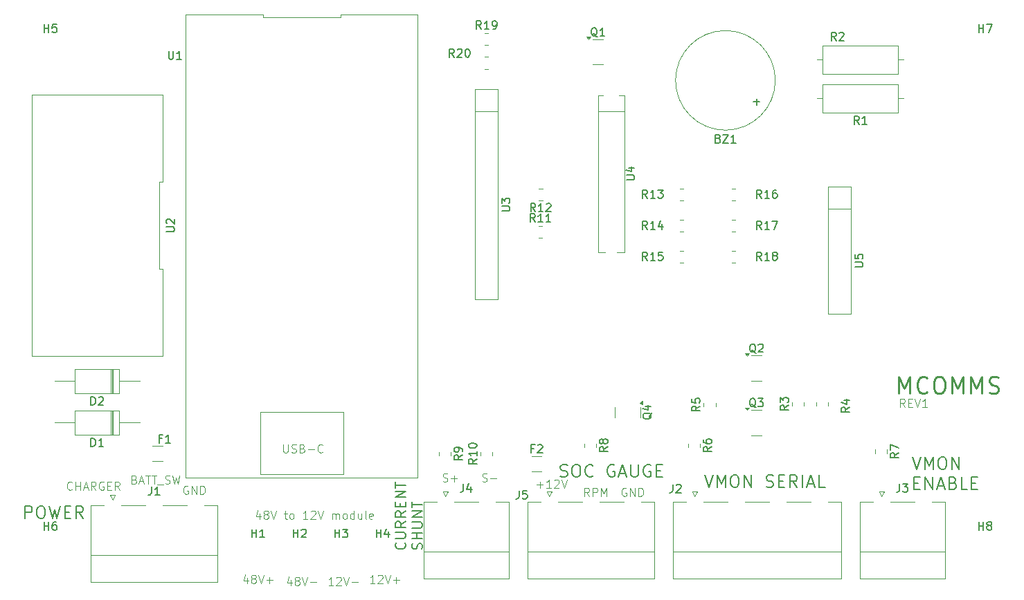
<source format=gbr>
%TF.GenerationSoftware,KiCad,Pcbnew,8.0.8+1*%
%TF.CreationDate,2025-02-28T13:11:42+11:00*%
%TF.ProjectId,mcomms,6d636f6d-6d73-42e6-9b69-6361645f7063,rev?*%
%TF.SameCoordinates,Original*%
%TF.FileFunction,Legend,Top*%
%TF.FilePolarity,Positive*%
%FSLAX46Y46*%
G04 Gerber Fmt 4.6, Leading zero omitted, Abs format (unit mm)*
G04 Created by KiCad (PCBNEW 8.0.8+1) date 2025-02-28 13:11:42*
%MOMM*%
%LPD*%
G01*
G04 APERTURE LIST*
%ADD10C,0.100000*%
%ADD11C,0.152400*%
%ADD12C,0.254000*%
%ADD13C,0.127000*%
%ADD14C,0.150000*%
%ADD15C,0.120000*%
G04 APERTURE END LIST*
D10*
X111508265Y-71960800D02*
X111651122Y-72008419D01*
X111651122Y-72008419D02*
X111889217Y-72008419D01*
X111889217Y-72008419D02*
X111984455Y-71960800D01*
X111984455Y-71960800D02*
X112032074Y-71913180D01*
X112032074Y-71913180D02*
X112079693Y-71817942D01*
X112079693Y-71817942D02*
X112079693Y-71722704D01*
X112079693Y-71722704D02*
X112032074Y-71627466D01*
X112032074Y-71627466D02*
X111984455Y-71579847D01*
X111984455Y-71579847D02*
X111889217Y-71532228D01*
X111889217Y-71532228D02*
X111698741Y-71484609D01*
X111698741Y-71484609D02*
X111603503Y-71436990D01*
X111603503Y-71436990D02*
X111555884Y-71389371D01*
X111555884Y-71389371D02*
X111508265Y-71294133D01*
X111508265Y-71294133D02*
X111508265Y-71198895D01*
X111508265Y-71198895D02*
X111555884Y-71103657D01*
X111555884Y-71103657D02*
X111603503Y-71056038D01*
X111603503Y-71056038D02*
X111698741Y-71008419D01*
X111698741Y-71008419D02*
X111936836Y-71008419D01*
X111936836Y-71008419D02*
X112079693Y-71056038D01*
X112508265Y-71627466D02*
X113270170Y-71627466D01*
X112889217Y-72008419D02*
X112889217Y-71246514D01*
D11*
X168901405Y-68980011D02*
X169409405Y-70504011D01*
X169409405Y-70504011D02*
X169917405Y-68980011D01*
X170425406Y-70504011D02*
X170425406Y-68980011D01*
X170425406Y-68980011D02*
X170933406Y-70068582D01*
X170933406Y-70068582D02*
X171441406Y-68980011D01*
X171441406Y-68980011D02*
X171441406Y-70504011D01*
X172457405Y-68980011D02*
X172747691Y-68980011D01*
X172747691Y-68980011D02*
X172892834Y-69052582D01*
X172892834Y-69052582D02*
X173037977Y-69197725D01*
X173037977Y-69197725D02*
X173110548Y-69488011D01*
X173110548Y-69488011D02*
X173110548Y-69996011D01*
X173110548Y-69996011D02*
X173037977Y-70286297D01*
X173037977Y-70286297D02*
X172892834Y-70431440D01*
X172892834Y-70431440D02*
X172747691Y-70504011D01*
X172747691Y-70504011D02*
X172457405Y-70504011D01*
X172457405Y-70504011D02*
X172312263Y-70431440D01*
X172312263Y-70431440D02*
X172167120Y-70286297D01*
X172167120Y-70286297D02*
X172094548Y-69996011D01*
X172094548Y-69996011D02*
X172094548Y-69488011D01*
X172094548Y-69488011D02*
X172167120Y-69197725D01*
X172167120Y-69197725D02*
X172312263Y-69052582D01*
X172312263Y-69052582D02*
X172457405Y-68980011D01*
X173763691Y-70504011D02*
X173763691Y-68980011D01*
X173763691Y-68980011D02*
X174634548Y-70504011D01*
X174634548Y-70504011D02*
X174634548Y-68980011D01*
X169119120Y-72159280D02*
X169627120Y-72159280D01*
X169844834Y-72957566D02*
X169119120Y-72957566D01*
X169119120Y-72957566D02*
X169119120Y-71433566D01*
X169119120Y-71433566D02*
X169844834Y-71433566D01*
X170497977Y-72957566D02*
X170497977Y-71433566D01*
X170497977Y-71433566D02*
X171368834Y-72957566D01*
X171368834Y-72957566D02*
X171368834Y-71433566D01*
X172021976Y-72522137D02*
X172747691Y-72522137D01*
X171876833Y-72957566D02*
X172384833Y-71433566D01*
X172384833Y-71433566D02*
X172892833Y-72957566D01*
X173908834Y-72159280D02*
X174126548Y-72231852D01*
X174126548Y-72231852D02*
X174199119Y-72304423D01*
X174199119Y-72304423D02*
X174271691Y-72449566D01*
X174271691Y-72449566D02*
X174271691Y-72667280D01*
X174271691Y-72667280D02*
X174199119Y-72812423D01*
X174199119Y-72812423D02*
X174126548Y-72884995D01*
X174126548Y-72884995D02*
X173981405Y-72957566D01*
X173981405Y-72957566D02*
X173400834Y-72957566D01*
X173400834Y-72957566D02*
X173400834Y-71433566D01*
X173400834Y-71433566D02*
X173908834Y-71433566D01*
X173908834Y-71433566D02*
X174053977Y-71506137D01*
X174053977Y-71506137D02*
X174126548Y-71578709D01*
X174126548Y-71578709D02*
X174199119Y-71723852D01*
X174199119Y-71723852D02*
X174199119Y-71868995D01*
X174199119Y-71868995D02*
X174126548Y-72014137D01*
X174126548Y-72014137D02*
X174053977Y-72086709D01*
X174053977Y-72086709D02*
X173908834Y-72159280D01*
X173908834Y-72159280D02*
X173400834Y-72159280D01*
X175650548Y-72957566D02*
X174924834Y-72957566D01*
X174924834Y-72957566D02*
X174924834Y-71433566D01*
X176158548Y-72159280D02*
X176666548Y-72159280D01*
X176884262Y-72957566D02*
X176158548Y-72957566D01*
X176158548Y-72957566D02*
X176158548Y-71433566D01*
X176158548Y-71433566D02*
X176884262Y-71433566D01*
D10*
X168007312Y-62864419D02*
X167673979Y-62388228D01*
X167435884Y-62864419D02*
X167435884Y-61864419D01*
X167435884Y-61864419D02*
X167816836Y-61864419D01*
X167816836Y-61864419D02*
X167912074Y-61912038D01*
X167912074Y-61912038D02*
X167959693Y-61959657D01*
X167959693Y-61959657D02*
X168007312Y-62054895D01*
X168007312Y-62054895D02*
X168007312Y-62197752D01*
X168007312Y-62197752D02*
X167959693Y-62292990D01*
X167959693Y-62292990D02*
X167912074Y-62340609D01*
X167912074Y-62340609D02*
X167816836Y-62388228D01*
X167816836Y-62388228D02*
X167435884Y-62388228D01*
X168435884Y-62340609D02*
X168769217Y-62340609D01*
X168912074Y-62864419D02*
X168435884Y-62864419D01*
X168435884Y-62864419D02*
X168435884Y-61864419D01*
X168435884Y-61864419D02*
X168912074Y-61864419D01*
X169197789Y-61864419D02*
X169531122Y-62864419D01*
X169531122Y-62864419D02*
X169864455Y-61864419D01*
X170721598Y-62864419D02*
X170150170Y-62864419D01*
X170435884Y-62864419D02*
X170435884Y-61864419D01*
X170435884Y-61864419D02*
X170340646Y-62007276D01*
X170340646Y-62007276D02*
X170245408Y-62102514D01*
X170245408Y-62102514D02*
X170150170Y-62150133D01*
X73789217Y-71738609D02*
X73932074Y-71786228D01*
X73932074Y-71786228D02*
X73979693Y-71833847D01*
X73979693Y-71833847D02*
X74027312Y-71929085D01*
X74027312Y-71929085D02*
X74027312Y-72071942D01*
X74027312Y-72071942D02*
X73979693Y-72167180D01*
X73979693Y-72167180D02*
X73932074Y-72214800D01*
X73932074Y-72214800D02*
X73836836Y-72262419D01*
X73836836Y-72262419D02*
X73455884Y-72262419D01*
X73455884Y-72262419D02*
X73455884Y-71262419D01*
X73455884Y-71262419D02*
X73789217Y-71262419D01*
X73789217Y-71262419D02*
X73884455Y-71310038D01*
X73884455Y-71310038D02*
X73932074Y-71357657D01*
X73932074Y-71357657D02*
X73979693Y-71452895D01*
X73979693Y-71452895D02*
X73979693Y-71548133D01*
X73979693Y-71548133D02*
X73932074Y-71643371D01*
X73932074Y-71643371D02*
X73884455Y-71690990D01*
X73884455Y-71690990D02*
X73789217Y-71738609D01*
X73789217Y-71738609D02*
X73455884Y-71738609D01*
X74408265Y-71976704D02*
X74884455Y-71976704D01*
X74313027Y-72262419D02*
X74646360Y-71262419D01*
X74646360Y-71262419D02*
X74979693Y-72262419D01*
X75170170Y-71262419D02*
X75741598Y-71262419D01*
X75455884Y-72262419D02*
X75455884Y-71262419D01*
X75932075Y-71262419D02*
X76503503Y-71262419D01*
X76217789Y-72262419D02*
X76217789Y-71262419D01*
X76598742Y-72357657D02*
X77360646Y-72357657D01*
X77551123Y-72214800D02*
X77693980Y-72262419D01*
X77693980Y-72262419D02*
X77932075Y-72262419D01*
X77932075Y-72262419D02*
X78027313Y-72214800D01*
X78027313Y-72214800D02*
X78074932Y-72167180D01*
X78074932Y-72167180D02*
X78122551Y-72071942D01*
X78122551Y-72071942D02*
X78122551Y-71976704D01*
X78122551Y-71976704D02*
X78074932Y-71881466D01*
X78074932Y-71881466D02*
X78027313Y-71833847D01*
X78027313Y-71833847D02*
X77932075Y-71786228D01*
X77932075Y-71786228D02*
X77741599Y-71738609D01*
X77741599Y-71738609D02*
X77646361Y-71690990D01*
X77646361Y-71690990D02*
X77598742Y-71643371D01*
X77598742Y-71643371D02*
X77551123Y-71548133D01*
X77551123Y-71548133D02*
X77551123Y-71452895D01*
X77551123Y-71452895D02*
X77598742Y-71357657D01*
X77598742Y-71357657D02*
X77646361Y-71310038D01*
X77646361Y-71310038D02*
X77741599Y-71262419D01*
X77741599Y-71262419D02*
X77979694Y-71262419D01*
X77979694Y-71262419D02*
X78122551Y-71310038D01*
X78455885Y-71262419D02*
X78693980Y-72262419D01*
X78693980Y-72262419D02*
X78884456Y-71548133D01*
X78884456Y-71548133D02*
X79074932Y-72262419D01*
X79074932Y-72262419D02*
X79313028Y-71262419D01*
X129399312Y-73786419D02*
X129065979Y-73310228D01*
X128827884Y-73786419D02*
X128827884Y-72786419D01*
X128827884Y-72786419D02*
X129208836Y-72786419D01*
X129208836Y-72786419D02*
X129304074Y-72834038D01*
X129304074Y-72834038D02*
X129351693Y-72881657D01*
X129351693Y-72881657D02*
X129399312Y-72976895D01*
X129399312Y-72976895D02*
X129399312Y-73119752D01*
X129399312Y-73119752D02*
X129351693Y-73214990D01*
X129351693Y-73214990D02*
X129304074Y-73262609D01*
X129304074Y-73262609D02*
X129208836Y-73310228D01*
X129208836Y-73310228D02*
X128827884Y-73310228D01*
X129827884Y-73786419D02*
X129827884Y-72786419D01*
X129827884Y-72786419D02*
X130208836Y-72786419D01*
X130208836Y-72786419D02*
X130304074Y-72834038D01*
X130304074Y-72834038D02*
X130351693Y-72881657D01*
X130351693Y-72881657D02*
X130399312Y-72976895D01*
X130399312Y-72976895D02*
X130399312Y-73119752D01*
X130399312Y-73119752D02*
X130351693Y-73214990D01*
X130351693Y-73214990D02*
X130304074Y-73262609D01*
X130304074Y-73262609D02*
X130208836Y-73310228D01*
X130208836Y-73310228D02*
X129827884Y-73310228D01*
X130827884Y-73786419D02*
X130827884Y-72786419D01*
X130827884Y-72786419D02*
X131161217Y-73500704D01*
X131161217Y-73500704D02*
X131494550Y-72786419D01*
X131494550Y-72786419D02*
X131494550Y-73786419D01*
X87600455Y-83787752D02*
X87600455Y-84454419D01*
X87362360Y-83406800D02*
X87124265Y-84121085D01*
X87124265Y-84121085D02*
X87743312Y-84121085D01*
X88267122Y-83882990D02*
X88171884Y-83835371D01*
X88171884Y-83835371D02*
X88124265Y-83787752D01*
X88124265Y-83787752D02*
X88076646Y-83692514D01*
X88076646Y-83692514D02*
X88076646Y-83644895D01*
X88076646Y-83644895D02*
X88124265Y-83549657D01*
X88124265Y-83549657D02*
X88171884Y-83502038D01*
X88171884Y-83502038D02*
X88267122Y-83454419D01*
X88267122Y-83454419D02*
X88457598Y-83454419D01*
X88457598Y-83454419D02*
X88552836Y-83502038D01*
X88552836Y-83502038D02*
X88600455Y-83549657D01*
X88600455Y-83549657D02*
X88648074Y-83644895D01*
X88648074Y-83644895D02*
X88648074Y-83692514D01*
X88648074Y-83692514D02*
X88600455Y-83787752D01*
X88600455Y-83787752D02*
X88552836Y-83835371D01*
X88552836Y-83835371D02*
X88457598Y-83882990D01*
X88457598Y-83882990D02*
X88267122Y-83882990D01*
X88267122Y-83882990D02*
X88171884Y-83930609D01*
X88171884Y-83930609D02*
X88124265Y-83978228D01*
X88124265Y-83978228D02*
X88076646Y-84073466D01*
X88076646Y-84073466D02*
X88076646Y-84263942D01*
X88076646Y-84263942D02*
X88124265Y-84359180D01*
X88124265Y-84359180D02*
X88171884Y-84406800D01*
X88171884Y-84406800D02*
X88267122Y-84454419D01*
X88267122Y-84454419D02*
X88457598Y-84454419D01*
X88457598Y-84454419D02*
X88552836Y-84406800D01*
X88552836Y-84406800D02*
X88600455Y-84359180D01*
X88600455Y-84359180D02*
X88648074Y-84263942D01*
X88648074Y-84263942D02*
X88648074Y-84073466D01*
X88648074Y-84073466D02*
X88600455Y-83978228D01*
X88600455Y-83978228D02*
X88552836Y-83930609D01*
X88552836Y-83930609D02*
X88457598Y-83882990D01*
X88933789Y-83454419D02*
X89267122Y-84454419D01*
X89267122Y-84454419D02*
X89600455Y-83454419D01*
X89933789Y-84073466D02*
X90695694Y-84073466D01*
X90314741Y-84454419D02*
X90314741Y-83692514D01*
D12*
X167274914Y-61206113D02*
X167274914Y-59174113D01*
X167274914Y-59174113D02*
X167952247Y-60625542D01*
X167952247Y-60625542D02*
X168629581Y-59174113D01*
X168629581Y-59174113D02*
X168629581Y-61206113D01*
X170758343Y-61012590D02*
X170661581Y-61109352D01*
X170661581Y-61109352D02*
X170371295Y-61206113D01*
X170371295Y-61206113D02*
X170177771Y-61206113D01*
X170177771Y-61206113D02*
X169887486Y-61109352D01*
X169887486Y-61109352D02*
X169693962Y-60915828D01*
X169693962Y-60915828D02*
X169597200Y-60722304D01*
X169597200Y-60722304D02*
X169500438Y-60335256D01*
X169500438Y-60335256D02*
X169500438Y-60044971D01*
X169500438Y-60044971D02*
X169597200Y-59657923D01*
X169597200Y-59657923D02*
X169693962Y-59464399D01*
X169693962Y-59464399D02*
X169887486Y-59270875D01*
X169887486Y-59270875D02*
X170177771Y-59174113D01*
X170177771Y-59174113D02*
X170371295Y-59174113D01*
X170371295Y-59174113D02*
X170661581Y-59270875D01*
X170661581Y-59270875D02*
X170758343Y-59367637D01*
X172016248Y-59174113D02*
X172403295Y-59174113D01*
X172403295Y-59174113D02*
X172596819Y-59270875D01*
X172596819Y-59270875D02*
X172790343Y-59464399D01*
X172790343Y-59464399D02*
X172887105Y-59851447D01*
X172887105Y-59851447D02*
X172887105Y-60528780D01*
X172887105Y-60528780D02*
X172790343Y-60915828D01*
X172790343Y-60915828D02*
X172596819Y-61109352D01*
X172596819Y-61109352D02*
X172403295Y-61206113D01*
X172403295Y-61206113D02*
X172016248Y-61206113D01*
X172016248Y-61206113D02*
X171822724Y-61109352D01*
X171822724Y-61109352D02*
X171629200Y-60915828D01*
X171629200Y-60915828D02*
X171532438Y-60528780D01*
X171532438Y-60528780D02*
X171532438Y-59851447D01*
X171532438Y-59851447D02*
X171629200Y-59464399D01*
X171629200Y-59464399D02*
X171822724Y-59270875D01*
X171822724Y-59270875D02*
X172016248Y-59174113D01*
X173757962Y-61206113D02*
X173757962Y-59174113D01*
X173757962Y-59174113D02*
X174435295Y-60625542D01*
X174435295Y-60625542D02*
X175112629Y-59174113D01*
X175112629Y-59174113D02*
X175112629Y-61206113D01*
X176080248Y-61206113D02*
X176080248Y-59174113D01*
X176080248Y-59174113D02*
X176757581Y-60625542D01*
X176757581Y-60625542D02*
X177434915Y-59174113D01*
X177434915Y-59174113D02*
X177434915Y-61206113D01*
X178305772Y-61109352D02*
X178596058Y-61206113D01*
X178596058Y-61206113D02*
X179079867Y-61206113D01*
X179079867Y-61206113D02*
X179273391Y-61109352D01*
X179273391Y-61109352D02*
X179370153Y-61012590D01*
X179370153Y-61012590D02*
X179466915Y-60819066D01*
X179466915Y-60819066D02*
X179466915Y-60625542D01*
X179466915Y-60625542D02*
X179370153Y-60432018D01*
X179370153Y-60432018D02*
X179273391Y-60335256D01*
X179273391Y-60335256D02*
X179079867Y-60238494D01*
X179079867Y-60238494D02*
X178692820Y-60141732D01*
X178692820Y-60141732D02*
X178499296Y-60044971D01*
X178499296Y-60044971D02*
X178402534Y-59948209D01*
X178402534Y-59948209D02*
X178305772Y-59754685D01*
X178305772Y-59754685D02*
X178305772Y-59561161D01*
X178305772Y-59561161D02*
X178402534Y-59367637D01*
X178402534Y-59367637D02*
X178499296Y-59270875D01*
X178499296Y-59270875D02*
X178692820Y-59174113D01*
X178692820Y-59174113D02*
X179176629Y-59174113D01*
X179176629Y-59174113D02*
X179466915Y-59270875D01*
D13*
X106837390Y-79495852D02*
X106897867Y-79556328D01*
X106897867Y-79556328D02*
X106958343Y-79737757D01*
X106958343Y-79737757D02*
X106958343Y-79858709D01*
X106958343Y-79858709D02*
X106897867Y-80040138D01*
X106897867Y-80040138D02*
X106776914Y-80161090D01*
X106776914Y-80161090D02*
X106655962Y-80221567D01*
X106655962Y-80221567D02*
X106414057Y-80282043D01*
X106414057Y-80282043D02*
X106232628Y-80282043D01*
X106232628Y-80282043D02*
X105990724Y-80221567D01*
X105990724Y-80221567D02*
X105869771Y-80161090D01*
X105869771Y-80161090D02*
X105748819Y-80040138D01*
X105748819Y-80040138D02*
X105688343Y-79858709D01*
X105688343Y-79858709D02*
X105688343Y-79737757D01*
X105688343Y-79737757D02*
X105748819Y-79556328D01*
X105748819Y-79556328D02*
X105809295Y-79495852D01*
X105688343Y-78951567D02*
X106716438Y-78951567D01*
X106716438Y-78951567D02*
X106837390Y-78891090D01*
X106837390Y-78891090D02*
X106897867Y-78830614D01*
X106897867Y-78830614D02*
X106958343Y-78709662D01*
X106958343Y-78709662D02*
X106958343Y-78467757D01*
X106958343Y-78467757D02*
X106897867Y-78346805D01*
X106897867Y-78346805D02*
X106837390Y-78286328D01*
X106837390Y-78286328D02*
X106716438Y-78225852D01*
X106716438Y-78225852D02*
X105688343Y-78225852D01*
X106958343Y-76895376D02*
X106353581Y-77318710D01*
X106958343Y-77621091D02*
X105688343Y-77621091D01*
X105688343Y-77621091D02*
X105688343Y-77137281D01*
X105688343Y-77137281D02*
X105748819Y-77016329D01*
X105748819Y-77016329D02*
X105809295Y-76955852D01*
X105809295Y-76955852D02*
X105930247Y-76895376D01*
X105930247Y-76895376D02*
X106111676Y-76895376D01*
X106111676Y-76895376D02*
X106232628Y-76955852D01*
X106232628Y-76955852D02*
X106293105Y-77016329D01*
X106293105Y-77016329D02*
X106353581Y-77137281D01*
X106353581Y-77137281D02*
X106353581Y-77621091D01*
X106958343Y-75625376D02*
X106353581Y-76048710D01*
X106958343Y-76351091D02*
X105688343Y-76351091D01*
X105688343Y-76351091D02*
X105688343Y-75867281D01*
X105688343Y-75867281D02*
X105748819Y-75746329D01*
X105748819Y-75746329D02*
X105809295Y-75685852D01*
X105809295Y-75685852D02*
X105930247Y-75625376D01*
X105930247Y-75625376D02*
X106111676Y-75625376D01*
X106111676Y-75625376D02*
X106232628Y-75685852D01*
X106232628Y-75685852D02*
X106293105Y-75746329D01*
X106293105Y-75746329D02*
X106353581Y-75867281D01*
X106353581Y-75867281D02*
X106353581Y-76351091D01*
X106293105Y-75081091D02*
X106293105Y-74657757D01*
X106958343Y-74476329D02*
X106958343Y-75081091D01*
X106958343Y-75081091D02*
X105688343Y-75081091D01*
X105688343Y-75081091D02*
X105688343Y-74476329D01*
X106958343Y-73932043D02*
X105688343Y-73932043D01*
X105688343Y-73932043D02*
X106958343Y-73206328D01*
X106958343Y-73206328D02*
X105688343Y-73206328D01*
X105688343Y-72782995D02*
X105688343Y-72057281D01*
X106958343Y-72420138D02*
X105688343Y-72420138D01*
X108942496Y-80282043D02*
X109002972Y-80100614D01*
X109002972Y-80100614D02*
X109002972Y-79798233D01*
X109002972Y-79798233D02*
X108942496Y-79677281D01*
X108942496Y-79677281D02*
X108882019Y-79616805D01*
X108882019Y-79616805D02*
X108761067Y-79556328D01*
X108761067Y-79556328D02*
X108640115Y-79556328D01*
X108640115Y-79556328D02*
X108519162Y-79616805D01*
X108519162Y-79616805D02*
X108458686Y-79677281D01*
X108458686Y-79677281D02*
X108398210Y-79798233D01*
X108398210Y-79798233D02*
X108337734Y-80040138D01*
X108337734Y-80040138D02*
X108277257Y-80161090D01*
X108277257Y-80161090D02*
X108216781Y-80221567D01*
X108216781Y-80221567D02*
X108095829Y-80282043D01*
X108095829Y-80282043D02*
X107974876Y-80282043D01*
X107974876Y-80282043D02*
X107853924Y-80221567D01*
X107853924Y-80221567D02*
X107793448Y-80161090D01*
X107793448Y-80161090D02*
X107732972Y-80040138D01*
X107732972Y-80040138D02*
X107732972Y-79737757D01*
X107732972Y-79737757D02*
X107793448Y-79556328D01*
X109002972Y-79012043D02*
X107732972Y-79012043D01*
X108337734Y-79012043D02*
X108337734Y-78286328D01*
X109002972Y-78286328D02*
X107732972Y-78286328D01*
X107732972Y-77681567D02*
X108761067Y-77681567D01*
X108761067Y-77681567D02*
X108882019Y-77621090D01*
X108882019Y-77621090D02*
X108942496Y-77560614D01*
X108942496Y-77560614D02*
X109002972Y-77439662D01*
X109002972Y-77439662D02*
X109002972Y-77197757D01*
X109002972Y-77197757D02*
X108942496Y-77076805D01*
X108942496Y-77076805D02*
X108882019Y-77016328D01*
X108882019Y-77016328D02*
X108761067Y-76955852D01*
X108761067Y-76955852D02*
X107732972Y-76955852D01*
X109002972Y-76351091D02*
X107732972Y-76351091D01*
X107732972Y-76351091D02*
X109002972Y-75625376D01*
X109002972Y-75625376D02*
X107732972Y-75625376D01*
X107732972Y-75202043D02*
X107732972Y-74476329D01*
X109002972Y-74839186D02*
X107732972Y-74839186D01*
D10*
X133923693Y-72834038D02*
X133828455Y-72786419D01*
X133828455Y-72786419D02*
X133685598Y-72786419D01*
X133685598Y-72786419D02*
X133542741Y-72834038D01*
X133542741Y-72834038D02*
X133447503Y-72929276D01*
X133447503Y-72929276D02*
X133399884Y-73024514D01*
X133399884Y-73024514D02*
X133352265Y-73214990D01*
X133352265Y-73214990D02*
X133352265Y-73357847D01*
X133352265Y-73357847D02*
X133399884Y-73548323D01*
X133399884Y-73548323D02*
X133447503Y-73643561D01*
X133447503Y-73643561D02*
X133542741Y-73738800D01*
X133542741Y-73738800D02*
X133685598Y-73786419D01*
X133685598Y-73786419D02*
X133780836Y-73786419D01*
X133780836Y-73786419D02*
X133923693Y-73738800D01*
X133923693Y-73738800D02*
X133971312Y-73691180D01*
X133971312Y-73691180D02*
X133971312Y-73357847D01*
X133971312Y-73357847D02*
X133780836Y-73357847D01*
X134399884Y-73786419D02*
X134399884Y-72786419D01*
X134399884Y-72786419D02*
X134971312Y-73786419D01*
X134971312Y-73786419D02*
X134971312Y-72786419D01*
X135447503Y-73786419D02*
X135447503Y-72786419D01*
X135447503Y-72786419D02*
X135685598Y-72786419D01*
X135685598Y-72786419D02*
X135828455Y-72834038D01*
X135828455Y-72834038D02*
X135923693Y-72929276D01*
X135923693Y-72929276D02*
X135971312Y-73024514D01*
X135971312Y-73024514D02*
X136018931Y-73214990D01*
X136018931Y-73214990D02*
X136018931Y-73357847D01*
X136018931Y-73357847D02*
X135971312Y-73548323D01*
X135971312Y-73548323D02*
X135923693Y-73643561D01*
X135923693Y-73643561D02*
X135828455Y-73738800D01*
X135828455Y-73738800D02*
X135685598Y-73786419D01*
X135685598Y-73786419D02*
X135447503Y-73786419D01*
D11*
X60407120Y-76513566D02*
X60407120Y-74989566D01*
X60407120Y-74989566D02*
X60987691Y-74989566D01*
X60987691Y-74989566D02*
X61132834Y-75062137D01*
X61132834Y-75062137D02*
X61205405Y-75134709D01*
X61205405Y-75134709D02*
X61277977Y-75279852D01*
X61277977Y-75279852D02*
X61277977Y-75497566D01*
X61277977Y-75497566D02*
X61205405Y-75642709D01*
X61205405Y-75642709D02*
X61132834Y-75715280D01*
X61132834Y-75715280D02*
X60987691Y-75787852D01*
X60987691Y-75787852D02*
X60407120Y-75787852D01*
X62221405Y-74989566D02*
X62511691Y-74989566D01*
X62511691Y-74989566D02*
X62656834Y-75062137D01*
X62656834Y-75062137D02*
X62801977Y-75207280D01*
X62801977Y-75207280D02*
X62874548Y-75497566D01*
X62874548Y-75497566D02*
X62874548Y-76005566D01*
X62874548Y-76005566D02*
X62801977Y-76295852D01*
X62801977Y-76295852D02*
X62656834Y-76440995D01*
X62656834Y-76440995D02*
X62511691Y-76513566D01*
X62511691Y-76513566D02*
X62221405Y-76513566D01*
X62221405Y-76513566D02*
X62076263Y-76440995D01*
X62076263Y-76440995D02*
X61931120Y-76295852D01*
X61931120Y-76295852D02*
X61858548Y-76005566D01*
X61858548Y-76005566D02*
X61858548Y-75497566D01*
X61858548Y-75497566D02*
X61931120Y-75207280D01*
X61931120Y-75207280D02*
X62076263Y-75062137D01*
X62076263Y-75062137D02*
X62221405Y-74989566D01*
X63382548Y-74989566D02*
X63745405Y-76513566D01*
X63745405Y-76513566D02*
X64035691Y-75424995D01*
X64035691Y-75424995D02*
X64325976Y-76513566D01*
X64325976Y-76513566D02*
X64688834Y-74989566D01*
X65269405Y-75715280D02*
X65777405Y-75715280D01*
X65995119Y-76513566D02*
X65269405Y-76513566D01*
X65269405Y-76513566D02*
X65269405Y-74989566D01*
X65269405Y-74989566D02*
X65995119Y-74989566D01*
X67519119Y-76513566D02*
X67011119Y-75787852D01*
X66648262Y-76513566D02*
X66648262Y-74989566D01*
X66648262Y-74989566D02*
X67228833Y-74989566D01*
X67228833Y-74989566D02*
X67373976Y-75062137D01*
X67373976Y-75062137D02*
X67446547Y-75134709D01*
X67446547Y-75134709D02*
X67519119Y-75279852D01*
X67519119Y-75279852D02*
X67519119Y-75497566D01*
X67519119Y-75497566D02*
X67446547Y-75642709D01*
X67446547Y-75642709D02*
X67373976Y-75715280D01*
X67373976Y-75715280D02*
X67228833Y-75787852D01*
X67228833Y-75787852D02*
X66648262Y-75787852D01*
X125866548Y-71360995D02*
X126084263Y-71433566D01*
X126084263Y-71433566D02*
X126447120Y-71433566D01*
X126447120Y-71433566D02*
X126592263Y-71360995D01*
X126592263Y-71360995D02*
X126664834Y-71288423D01*
X126664834Y-71288423D02*
X126737405Y-71143280D01*
X126737405Y-71143280D02*
X126737405Y-70998137D01*
X126737405Y-70998137D02*
X126664834Y-70852995D01*
X126664834Y-70852995D02*
X126592263Y-70780423D01*
X126592263Y-70780423D02*
X126447120Y-70707852D01*
X126447120Y-70707852D02*
X126156834Y-70635280D01*
X126156834Y-70635280D02*
X126011691Y-70562709D01*
X126011691Y-70562709D02*
X125939120Y-70490137D01*
X125939120Y-70490137D02*
X125866548Y-70344995D01*
X125866548Y-70344995D02*
X125866548Y-70199852D01*
X125866548Y-70199852D02*
X125939120Y-70054709D01*
X125939120Y-70054709D02*
X126011691Y-69982137D01*
X126011691Y-69982137D02*
X126156834Y-69909566D01*
X126156834Y-69909566D02*
X126519691Y-69909566D01*
X126519691Y-69909566D02*
X126737405Y-69982137D01*
X127680834Y-69909566D02*
X127971120Y-69909566D01*
X127971120Y-69909566D02*
X128116263Y-69982137D01*
X128116263Y-69982137D02*
X128261406Y-70127280D01*
X128261406Y-70127280D02*
X128333977Y-70417566D01*
X128333977Y-70417566D02*
X128333977Y-70925566D01*
X128333977Y-70925566D02*
X128261406Y-71215852D01*
X128261406Y-71215852D02*
X128116263Y-71360995D01*
X128116263Y-71360995D02*
X127971120Y-71433566D01*
X127971120Y-71433566D02*
X127680834Y-71433566D01*
X127680834Y-71433566D02*
X127535692Y-71360995D01*
X127535692Y-71360995D02*
X127390549Y-71215852D01*
X127390549Y-71215852D02*
X127317977Y-70925566D01*
X127317977Y-70925566D02*
X127317977Y-70417566D01*
X127317977Y-70417566D02*
X127390549Y-70127280D01*
X127390549Y-70127280D02*
X127535692Y-69982137D01*
X127535692Y-69982137D02*
X127680834Y-69909566D01*
X129857977Y-71288423D02*
X129785405Y-71360995D01*
X129785405Y-71360995D02*
X129567691Y-71433566D01*
X129567691Y-71433566D02*
X129422548Y-71433566D01*
X129422548Y-71433566D02*
X129204834Y-71360995D01*
X129204834Y-71360995D02*
X129059691Y-71215852D01*
X129059691Y-71215852D02*
X128987120Y-71070709D01*
X128987120Y-71070709D02*
X128914548Y-70780423D01*
X128914548Y-70780423D02*
X128914548Y-70562709D01*
X128914548Y-70562709D02*
X128987120Y-70272423D01*
X128987120Y-70272423D02*
X129059691Y-70127280D01*
X129059691Y-70127280D02*
X129204834Y-69982137D01*
X129204834Y-69982137D02*
X129422548Y-69909566D01*
X129422548Y-69909566D02*
X129567691Y-69909566D01*
X129567691Y-69909566D02*
X129785405Y-69982137D01*
X129785405Y-69982137D02*
X129857977Y-70054709D01*
X132470548Y-69982137D02*
X132325406Y-69909566D01*
X132325406Y-69909566D02*
X132107691Y-69909566D01*
X132107691Y-69909566D02*
X131889977Y-69982137D01*
X131889977Y-69982137D02*
X131744834Y-70127280D01*
X131744834Y-70127280D02*
X131672263Y-70272423D01*
X131672263Y-70272423D02*
X131599691Y-70562709D01*
X131599691Y-70562709D02*
X131599691Y-70780423D01*
X131599691Y-70780423D02*
X131672263Y-71070709D01*
X131672263Y-71070709D02*
X131744834Y-71215852D01*
X131744834Y-71215852D02*
X131889977Y-71360995D01*
X131889977Y-71360995D02*
X132107691Y-71433566D01*
X132107691Y-71433566D02*
X132252834Y-71433566D01*
X132252834Y-71433566D02*
X132470548Y-71360995D01*
X132470548Y-71360995D02*
X132543120Y-71288423D01*
X132543120Y-71288423D02*
X132543120Y-70780423D01*
X132543120Y-70780423D02*
X132252834Y-70780423D01*
X133123691Y-70998137D02*
X133849406Y-70998137D01*
X132978548Y-71433566D02*
X133486548Y-69909566D01*
X133486548Y-69909566D02*
X133994548Y-71433566D01*
X134502549Y-69909566D02*
X134502549Y-71143280D01*
X134502549Y-71143280D02*
X134575120Y-71288423D01*
X134575120Y-71288423D02*
X134647692Y-71360995D01*
X134647692Y-71360995D02*
X134792834Y-71433566D01*
X134792834Y-71433566D02*
X135083120Y-71433566D01*
X135083120Y-71433566D02*
X135228263Y-71360995D01*
X135228263Y-71360995D02*
X135300834Y-71288423D01*
X135300834Y-71288423D02*
X135373406Y-71143280D01*
X135373406Y-71143280D02*
X135373406Y-69909566D01*
X136897405Y-69982137D02*
X136752263Y-69909566D01*
X136752263Y-69909566D02*
X136534548Y-69909566D01*
X136534548Y-69909566D02*
X136316834Y-69982137D01*
X136316834Y-69982137D02*
X136171691Y-70127280D01*
X136171691Y-70127280D02*
X136099120Y-70272423D01*
X136099120Y-70272423D02*
X136026548Y-70562709D01*
X136026548Y-70562709D02*
X136026548Y-70780423D01*
X136026548Y-70780423D02*
X136099120Y-71070709D01*
X136099120Y-71070709D02*
X136171691Y-71215852D01*
X136171691Y-71215852D02*
X136316834Y-71360995D01*
X136316834Y-71360995D02*
X136534548Y-71433566D01*
X136534548Y-71433566D02*
X136679691Y-71433566D01*
X136679691Y-71433566D02*
X136897405Y-71360995D01*
X136897405Y-71360995D02*
X136969977Y-71288423D01*
X136969977Y-71288423D02*
X136969977Y-70780423D01*
X136969977Y-70780423D02*
X136679691Y-70780423D01*
X137623120Y-70635280D02*
X138131120Y-70635280D01*
X138348834Y-71433566D02*
X137623120Y-71433566D01*
X137623120Y-71433566D02*
X137623120Y-69909566D01*
X137623120Y-69909566D02*
X138348834Y-69909566D01*
D10*
X89124455Y-75913752D02*
X89124455Y-76580419D01*
X88886360Y-75532800D02*
X88648265Y-76247085D01*
X88648265Y-76247085D02*
X89267312Y-76247085D01*
X89791122Y-76008990D02*
X89695884Y-75961371D01*
X89695884Y-75961371D02*
X89648265Y-75913752D01*
X89648265Y-75913752D02*
X89600646Y-75818514D01*
X89600646Y-75818514D02*
X89600646Y-75770895D01*
X89600646Y-75770895D02*
X89648265Y-75675657D01*
X89648265Y-75675657D02*
X89695884Y-75628038D01*
X89695884Y-75628038D02*
X89791122Y-75580419D01*
X89791122Y-75580419D02*
X89981598Y-75580419D01*
X89981598Y-75580419D02*
X90076836Y-75628038D01*
X90076836Y-75628038D02*
X90124455Y-75675657D01*
X90124455Y-75675657D02*
X90172074Y-75770895D01*
X90172074Y-75770895D02*
X90172074Y-75818514D01*
X90172074Y-75818514D02*
X90124455Y-75913752D01*
X90124455Y-75913752D02*
X90076836Y-75961371D01*
X90076836Y-75961371D02*
X89981598Y-76008990D01*
X89981598Y-76008990D02*
X89791122Y-76008990D01*
X89791122Y-76008990D02*
X89695884Y-76056609D01*
X89695884Y-76056609D02*
X89648265Y-76104228D01*
X89648265Y-76104228D02*
X89600646Y-76199466D01*
X89600646Y-76199466D02*
X89600646Y-76389942D01*
X89600646Y-76389942D02*
X89648265Y-76485180D01*
X89648265Y-76485180D02*
X89695884Y-76532800D01*
X89695884Y-76532800D02*
X89791122Y-76580419D01*
X89791122Y-76580419D02*
X89981598Y-76580419D01*
X89981598Y-76580419D02*
X90076836Y-76532800D01*
X90076836Y-76532800D02*
X90124455Y-76485180D01*
X90124455Y-76485180D02*
X90172074Y-76389942D01*
X90172074Y-76389942D02*
X90172074Y-76199466D01*
X90172074Y-76199466D02*
X90124455Y-76104228D01*
X90124455Y-76104228D02*
X90076836Y-76056609D01*
X90076836Y-76056609D02*
X89981598Y-76008990D01*
X90457789Y-75580419D02*
X90791122Y-76580419D01*
X90791122Y-76580419D02*
X91124455Y-75580419D01*
X92076837Y-75913752D02*
X92457789Y-75913752D01*
X92219694Y-75580419D02*
X92219694Y-76437561D01*
X92219694Y-76437561D02*
X92267313Y-76532800D01*
X92267313Y-76532800D02*
X92362551Y-76580419D01*
X92362551Y-76580419D02*
X92457789Y-76580419D01*
X92933980Y-76580419D02*
X92838742Y-76532800D01*
X92838742Y-76532800D02*
X92791123Y-76485180D01*
X92791123Y-76485180D02*
X92743504Y-76389942D01*
X92743504Y-76389942D02*
X92743504Y-76104228D01*
X92743504Y-76104228D02*
X92791123Y-76008990D01*
X92791123Y-76008990D02*
X92838742Y-75961371D01*
X92838742Y-75961371D02*
X92933980Y-75913752D01*
X92933980Y-75913752D02*
X93076837Y-75913752D01*
X93076837Y-75913752D02*
X93172075Y-75961371D01*
X93172075Y-75961371D02*
X93219694Y-76008990D01*
X93219694Y-76008990D02*
X93267313Y-76104228D01*
X93267313Y-76104228D02*
X93267313Y-76389942D01*
X93267313Y-76389942D02*
X93219694Y-76485180D01*
X93219694Y-76485180D02*
X93172075Y-76532800D01*
X93172075Y-76532800D02*
X93076837Y-76580419D01*
X93076837Y-76580419D02*
X92933980Y-76580419D01*
X94981599Y-76580419D02*
X94410171Y-76580419D01*
X94695885Y-76580419D02*
X94695885Y-75580419D01*
X94695885Y-75580419D02*
X94600647Y-75723276D01*
X94600647Y-75723276D02*
X94505409Y-75818514D01*
X94505409Y-75818514D02*
X94410171Y-75866133D01*
X95362552Y-75675657D02*
X95410171Y-75628038D01*
X95410171Y-75628038D02*
X95505409Y-75580419D01*
X95505409Y-75580419D02*
X95743504Y-75580419D01*
X95743504Y-75580419D02*
X95838742Y-75628038D01*
X95838742Y-75628038D02*
X95886361Y-75675657D01*
X95886361Y-75675657D02*
X95933980Y-75770895D01*
X95933980Y-75770895D02*
X95933980Y-75866133D01*
X95933980Y-75866133D02*
X95886361Y-76008990D01*
X95886361Y-76008990D02*
X95314933Y-76580419D01*
X95314933Y-76580419D02*
X95933980Y-76580419D01*
X96219695Y-75580419D02*
X96553028Y-76580419D01*
X96553028Y-76580419D02*
X96886361Y-75580419D01*
X97981600Y-76580419D02*
X97981600Y-75913752D01*
X97981600Y-76008990D02*
X98029219Y-75961371D01*
X98029219Y-75961371D02*
X98124457Y-75913752D01*
X98124457Y-75913752D02*
X98267314Y-75913752D01*
X98267314Y-75913752D02*
X98362552Y-75961371D01*
X98362552Y-75961371D02*
X98410171Y-76056609D01*
X98410171Y-76056609D02*
X98410171Y-76580419D01*
X98410171Y-76056609D02*
X98457790Y-75961371D01*
X98457790Y-75961371D02*
X98553028Y-75913752D01*
X98553028Y-75913752D02*
X98695885Y-75913752D01*
X98695885Y-75913752D02*
X98791124Y-75961371D01*
X98791124Y-75961371D02*
X98838743Y-76056609D01*
X98838743Y-76056609D02*
X98838743Y-76580419D01*
X99457790Y-76580419D02*
X99362552Y-76532800D01*
X99362552Y-76532800D02*
X99314933Y-76485180D01*
X99314933Y-76485180D02*
X99267314Y-76389942D01*
X99267314Y-76389942D02*
X99267314Y-76104228D01*
X99267314Y-76104228D02*
X99314933Y-76008990D01*
X99314933Y-76008990D02*
X99362552Y-75961371D01*
X99362552Y-75961371D02*
X99457790Y-75913752D01*
X99457790Y-75913752D02*
X99600647Y-75913752D01*
X99600647Y-75913752D02*
X99695885Y-75961371D01*
X99695885Y-75961371D02*
X99743504Y-76008990D01*
X99743504Y-76008990D02*
X99791123Y-76104228D01*
X99791123Y-76104228D02*
X99791123Y-76389942D01*
X99791123Y-76389942D02*
X99743504Y-76485180D01*
X99743504Y-76485180D02*
X99695885Y-76532800D01*
X99695885Y-76532800D02*
X99600647Y-76580419D01*
X99600647Y-76580419D02*
X99457790Y-76580419D01*
X100648266Y-76580419D02*
X100648266Y-75580419D01*
X100648266Y-76532800D02*
X100553028Y-76580419D01*
X100553028Y-76580419D02*
X100362552Y-76580419D01*
X100362552Y-76580419D02*
X100267314Y-76532800D01*
X100267314Y-76532800D02*
X100219695Y-76485180D01*
X100219695Y-76485180D02*
X100172076Y-76389942D01*
X100172076Y-76389942D02*
X100172076Y-76104228D01*
X100172076Y-76104228D02*
X100219695Y-76008990D01*
X100219695Y-76008990D02*
X100267314Y-75961371D01*
X100267314Y-75961371D02*
X100362552Y-75913752D01*
X100362552Y-75913752D02*
X100553028Y-75913752D01*
X100553028Y-75913752D02*
X100648266Y-75961371D01*
X101553028Y-75913752D02*
X101553028Y-76580419D01*
X101124457Y-75913752D02*
X101124457Y-76437561D01*
X101124457Y-76437561D02*
X101172076Y-76532800D01*
X101172076Y-76532800D02*
X101267314Y-76580419D01*
X101267314Y-76580419D02*
X101410171Y-76580419D01*
X101410171Y-76580419D02*
X101505409Y-76532800D01*
X101505409Y-76532800D02*
X101553028Y-76485180D01*
X102172076Y-76580419D02*
X102076838Y-76532800D01*
X102076838Y-76532800D02*
X102029219Y-76437561D01*
X102029219Y-76437561D02*
X102029219Y-75580419D01*
X102933981Y-76532800D02*
X102838743Y-76580419D01*
X102838743Y-76580419D02*
X102648267Y-76580419D01*
X102648267Y-76580419D02*
X102553029Y-76532800D01*
X102553029Y-76532800D02*
X102505410Y-76437561D01*
X102505410Y-76437561D02*
X102505410Y-76056609D01*
X102505410Y-76056609D02*
X102553029Y-75961371D01*
X102553029Y-75961371D02*
X102648267Y-75913752D01*
X102648267Y-75913752D02*
X102838743Y-75913752D01*
X102838743Y-75913752D02*
X102933981Y-75961371D01*
X102933981Y-75961371D02*
X102981600Y-76056609D01*
X102981600Y-76056609D02*
X102981600Y-76151847D01*
X102981600Y-76151847D02*
X102505410Y-76247085D01*
X80329693Y-72580038D02*
X80234455Y-72532419D01*
X80234455Y-72532419D02*
X80091598Y-72532419D01*
X80091598Y-72532419D02*
X79948741Y-72580038D01*
X79948741Y-72580038D02*
X79853503Y-72675276D01*
X79853503Y-72675276D02*
X79805884Y-72770514D01*
X79805884Y-72770514D02*
X79758265Y-72960990D01*
X79758265Y-72960990D02*
X79758265Y-73103847D01*
X79758265Y-73103847D02*
X79805884Y-73294323D01*
X79805884Y-73294323D02*
X79853503Y-73389561D01*
X79853503Y-73389561D02*
X79948741Y-73484800D01*
X79948741Y-73484800D02*
X80091598Y-73532419D01*
X80091598Y-73532419D02*
X80186836Y-73532419D01*
X80186836Y-73532419D02*
X80329693Y-73484800D01*
X80329693Y-73484800D02*
X80377312Y-73437180D01*
X80377312Y-73437180D02*
X80377312Y-73103847D01*
X80377312Y-73103847D02*
X80186836Y-73103847D01*
X80805884Y-73532419D02*
X80805884Y-72532419D01*
X80805884Y-72532419D02*
X81377312Y-73532419D01*
X81377312Y-73532419D02*
X81377312Y-72532419D01*
X81853503Y-73532419D02*
X81853503Y-72532419D01*
X81853503Y-72532419D02*
X82091598Y-72532419D01*
X82091598Y-72532419D02*
X82234455Y-72580038D01*
X82234455Y-72580038D02*
X82329693Y-72675276D01*
X82329693Y-72675276D02*
X82377312Y-72770514D01*
X82377312Y-72770514D02*
X82424931Y-72960990D01*
X82424931Y-72960990D02*
X82424931Y-73103847D01*
X82424931Y-73103847D02*
X82377312Y-73294323D01*
X82377312Y-73294323D02*
X82329693Y-73389561D01*
X82329693Y-73389561D02*
X82234455Y-73484800D01*
X82234455Y-73484800D02*
X82091598Y-73532419D01*
X82091598Y-73532419D02*
X81853503Y-73532419D01*
X66153312Y-72929180D02*
X66105693Y-72976800D01*
X66105693Y-72976800D02*
X65962836Y-73024419D01*
X65962836Y-73024419D02*
X65867598Y-73024419D01*
X65867598Y-73024419D02*
X65724741Y-72976800D01*
X65724741Y-72976800D02*
X65629503Y-72881561D01*
X65629503Y-72881561D02*
X65581884Y-72786323D01*
X65581884Y-72786323D02*
X65534265Y-72595847D01*
X65534265Y-72595847D02*
X65534265Y-72452990D01*
X65534265Y-72452990D02*
X65581884Y-72262514D01*
X65581884Y-72262514D02*
X65629503Y-72167276D01*
X65629503Y-72167276D02*
X65724741Y-72072038D01*
X65724741Y-72072038D02*
X65867598Y-72024419D01*
X65867598Y-72024419D02*
X65962836Y-72024419D01*
X65962836Y-72024419D02*
X66105693Y-72072038D01*
X66105693Y-72072038D02*
X66153312Y-72119657D01*
X66581884Y-73024419D02*
X66581884Y-72024419D01*
X66581884Y-72500609D02*
X67153312Y-72500609D01*
X67153312Y-73024419D02*
X67153312Y-72024419D01*
X67581884Y-72738704D02*
X68058074Y-72738704D01*
X67486646Y-73024419D02*
X67819979Y-72024419D01*
X67819979Y-72024419D02*
X68153312Y-73024419D01*
X69058074Y-73024419D02*
X68724741Y-72548228D01*
X68486646Y-73024419D02*
X68486646Y-72024419D01*
X68486646Y-72024419D02*
X68867598Y-72024419D01*
X68867598Y-72024419D02*
X68962836Y-72072038D01*
X68962836Y-72072038D02*
X69010455Y-72119657D01*
X69010455Y-72119657D02*
X69058074Y-72214895D01*
X69058074Y-72214895D02*
X69058074Y-72357752D01*
X69058074Y-72357752D02*
X69010455Y-72452990D01*
X69010455Y-72452990D02*
X68962836Y-72500609D01*
X68962836Y-72500609D02*
X68867598Y-72548228D01*
X68867598Y-72548228D02*
X68486646Y-72548228D01*
X70010455Y-72072038D02*
X69915217Y-72024419D01*
X69915217Y-72024419D02*
X69772360Y-72024419D01*
X69772360Y-72024419D02*
X69629503Y-72072038D01*
X69629503Y-72072038D02*
X69534265Y-72167276D01*
X69534265Y-72167276D02*
X69486646Y-72262514D01*
X69486646Y-72262514D02*
X69439027Y-72452990D01*
X69439027Y-72452990D02*
X69439027Y-72595847D01*
X69439027Y-72595847D02*
X69486646Y-72786323D01*
X69486646Y-72786323D02*
X69534265Y-72881561D01*
X69534265Y-72881561D02*
X69629503Y-72976800D01*
X69629503Y-72976800D02*
X69772360Y-73024419D01*
X69772360Y-73024419D02*
X69867598Y-73024419D01*
X69867598Y-73024419D02*
X70010455Y-72976800D01*
X70010455Y-72976800D02*
X70058074Y-72929180D01*
X70058074Y-72929180D02*
X70058074Y-72595847D01*
X70058074Y-72595847D02*
X69867598Y-72595847D01*
X70486646Y-72500609D02*
X70819979Y-72500609D01*
X70962836Y-73024419D02*
X70486646Y-73024419D01*
X70486646Y-73024419D02*
X70486646Y-72024419D01*
X70486646Y-72024419D02*
X70962836Y-72024419D01*
X71962836Y-73024419D02*
X71629503Y-72548228D01*
X71391408Y-73024419D02*
X71391408Y-72024419D01*
X71391408Y-72024419D02*
X71772360Y-72024419D01*
X71772360Y-72024419D02*
X71867598Y-72072038D01*
X71867598Y-72072038D02*
X71915217Y-72119657D01*
X71915217Y-72119657D02*
X71962836Y-72214895D01*
X71962836Y-72214895D02*
X71962836Y-72357752D01*
X71962836Y-72357752D02*
X71915217Y-72452990D01*
X71915217Y-72452990D02*
X71867598Y-72500609D01*
X71867598Y-72500609D02*
X71772360Y-72548228D01*
X71772360Y-72548228D02*
X71391408Y-72548228D01*
X98109693Y-84708419D02*
X97538265Y-84708419D01*
X97823979Y-84708419D02*
X97823979Y-83708419D01*
X97823979Y-83708419D02*
X97728741Y-83851276D01*
X97728741Y-83851276D02*
X97633503Y-83946514D01*
X97633503Y-83946514D02*
X97538265Y-83994133D01*
X98490646Y-83803657D02*
X98538265Y-83756038D01*
X98538265Y-83756038D02*
X98633503Y-83708419D01*
X98633503Y-83708419D02*
X98871598Y-83708419D01*
X98871598Y-83708419D02*
X98966836Y-83756038D01*
X98966836Y-83756038D02*
X99014455Y-83803657D01*
X99014455Y-83803657D02*
X99062074Y-83898895D01*
X99062074Y-83898895D02*
X99062074Y-83994133D01*
X99062074Y-83994133D02*
X99014455Y-84136990D01*
X99014455Y-84136990D02*
X98443027Y-84708419D01*
X98443027Y-84708419D02*
X99062074Y-84708419D01*
X99347789Y-83708419D02*
X99681122Y-84708419D01*
X99681122Y-84708419D02*
X100014455Y-83708419D01*
X100347789Y-84327466D02*
X101109694Y-84327466D01*
X122985884Y-72389466D02*
X123747789Y-72389466D01*
X123366836Y-72770419D02*
X123366836Y-72008514D01*
X124747788Y-72770419D02*
X124176360Y-72770419D01*
X124462074Y-72770419D02*
X124462074Y-71770419D01*
X124462074Y-71770419D02*
X124366836Y-71913276D01*
X124366836Y-71913276D02*
X124271598Y-72008514D01*
X124271598Y-72008514D02*
X124176360Y-72056133D01*
X125128741Y-71865657D02*
X125176360Y-71818038D01*
X125176360Y-71818038D02*
X125271598Y-71770419D01*
X125271598Y-71770419D02*
X125509693Y-71770419D01*
X125509693Y-71770419D02*
X125604931Y-71818038D01*
X125604931Y-71818038D02*
X125652550Y-71865657D01*
X125652550Y-71865657D02*
X125700169Y-71960895D01*
X125700169Y-71960895D02*
X125700169Y-72056133D01*
X125700169Y-72056133D02*
X125652550Y-72198990D01*
X125652550Y-72198990D02*
X125081122Y-72770419D01*
X125081122Y-72770419D02*
X125700169Y-72770419D01*
X125985884Y-71770419D02*
X126319217Y-72770419D01*
X126319217Y-72770419D02*
X126652550Y-71770419D01*
D11*
X143501405Y-71179566D02*
X144009405Y-72703566D01*
X144009405Y-72703566D02*
X144517405Y-71179566D01*
X145025406Y-72703566D02*
X145025406Y-71179566D01*
X145025406Y-71179566D02*
X145533406Y-72268137D01*
X145533406Y-72268137D02*
X146041406Y-71179566D01*
X146041406Y-71179566D02*
X146041406Y-72703566D01*
X147057405Y-71179566D02*
X147347691Y-71179566D01*
X147347691Y-71179566D02*
X147492834Y-71252137D01*
X147492834Y-71252137D02*
X147637977Y-71397280D01*
X147637977Y-71397280D02*
X147710548Y-71687566D01*
X147710548Y-71687566D02*
X147710548Y-72195566D01*
X147710548Y-72195566D02*
X147637977Y-72485852D01*
X147637977Y-72485852D02*
X147492834Y-72630995D01*
X147492834Y-72630995D02*
X147347691Y-72703566D01*
X147347691Y-72703566D02*
X147057405Y-72703566D01*
X147057405Y-72703566D02*
X146912263Y-72630995D01*
X146912263Y-72630995D02*
X146767120Y-72485852D01*
X146767120Y-72485852D02*
X146694548Y-72195566D01*
X146694548Y-72195566D02*
X146694548Y-71687566D01*
X146694548Y-71687566D02*
X146767120Y-71397280D01*
X146767120Y-71397280D02*
X146912263Y-71252137D01*
X146912263Y-71252137D02*
X147057405Y-71179566D01*
X148363691Y-72703566D02*
X148363691Y-71179566D01*
X148363691Y-71179566D02*
X149234548Y-72703566D01*
X149234548Y-72703566D02*
X149234548Y-71179566D01*
X151048833Y-72630995D02*
X151266548Y-72703566D01*
X151266548Y-72703566D02*
X151629405Y-72703566D01*
X151629405Y-72703566D02*
X151774548Y-72630995D01*
X151774548Y-72630995D02*
X151847119Y-72558423D01*
X151847119Y-72558423D02*
X151919690Y-72413280D01*
X151919690Y-72413280D02*
X151919690Y-72268137D01*
X151919690Y-72268137D02*
X151847119Y-72122995D01*
X151847119Y-72122995D02*
X151774548Y-72050423D01*
X151774548Y-72050423D02*
X151629405Y-71977852D01*
X151629405Y-71977852D02*
X151339119Y-71905280D01*
X151339119Y-71905280D02*
X151193976Y-71832709D01*
X151193976Y-71832709D02*
X151121405Y-71760137D01*
X151121405Y-71760137D02*
X151048833Y-71614995D01*
X151048833Y-71614995D02*
X151048833Y-71469852D01*
X151048833Y-71469852D02*
X151121405Y-71324709D01*
X151121405Y-71324709D02*
X151193976Y-71252137D01*
X151193976Y-71252137D02*
X151339119Y-71179566D01*
X151339119Y-71179566D02*
X151701976Y-71179566D01*
X151701976Y-71179566D02*
X151919690Y-71252137D01*
X152572834Y-71905280D02*
X153080834Y-71905280D01*
X153298548Y-72703566D02*
X152572834Y-72703566D01*
X152572834Y-72703566D02*
X152572834Y-71179566D01*
X152572834Y-71179566D02*
X153298548Y-71179566D01*
X154822548Y-72703566D02*
X154314548Y-71977852D01*
X153951691Y-72703566D02*
X153951691Y-71179566D01*
X153951691Y-71179566D02*
X154532262Y-71179566D01*
X154532262Y-71179566D02*
X154677405Y-71252137D01*
X154677405Y-71252137D02*
X154749976Y-71324709D01*
X154749976Y-71324709D02*
X154822548Y-71469852D01*
X154822548Y-71469852D02*
X154822548Y-71687566D01*
X154822548Y-71687566D02*
X154749976Y-71832709D01*
X154749976Y-71832709D02*
X154677405Y-71905280D01*
X154677405Y-71905280D02*
X154532262Y-71977852D01*
X154532262Y-71977852D02*
X153951691Y-71977852D01*
X155475691Y-72703566D02*
X155475691Y-71179566D01*
X156128833Y-72268137D02*
X156854548Y-72268137D01*
X155983690Y-72703566D02*
X156491690Y-71179566D01*
X156491690Y-71179566D02*
X156999690Y-72703566D01*
X158233405Y-72703566D02*
X157507691Y-72703566D01*
X157507691Y-72703566D02*
X157507691Y-71179566D01*
D10*
X103189693Y-84454419D02*
X102618265Y-84454419D01*
X102903979Y-84454419D02*
X102903979Y-83454419D01*
X102903979Y-83454419D02*
X102808741Y-83597276D01*
X102808741Y-83597276D02*
X102713503Y-83692514D01*
X102713503Y-83692514D02*
X102618265Y-83740133D01*
X103570646Y-83549657D02*
X103618265Y-83502038D01*
X103618265Y-83502038D02*
X103713503Y-83454419D01*
X103713503Y-83454419D02*
X103951598Y-83454419D01*
X103951598Y-83454419D02*
X104046836Y-83502038D01*
X104046836Y-83502038D02*
X104094455Y-83549657D01*
X104094455Y-83549657D02*
X104142074Y-83644895D01*
X104142074Y-83644895D02*
X104142074Y-83740133D01*
X104142074Y-83740133D02*
X104094455Y-83882990D01*
X104094455Y-83882990D02*
X103523027Y-84454419D01*
X103523027Y-84454419D02*
X104142074Y-84454419D01*
X104427789Y-83454419D02*
X104761122Y-84454419D01*
X104761122Y-84454419D02*
X105094455Y-83454419D01*
X105427789Y-84073466D02*
X106189694Y-84073466D01*
X105808741Y-84454419D02*
X105808741Y-83692514D01*
X92934455Y-84041752D02*
X92934455Y-84708419D01*
X92696360Y-83660800D02*
X92458265Y-84375085D01*
X92458265Y-84375085D02*
X93077312Y-84375085D01*
X93601122Y-84136990D02*
X93505884Y-84089371D01*
X93505884Y-84089371D02*
X93458265Y-84041752D01*
X93458265Y-84041752D02*
X93410646Y-83946514D01*
X93410646Y-83946514D02*
X93410646Y-83898895D01*
X93410646Y-83898895D02*
X93458265Y-83803657D01*
X93458265Y-83803657D02*
X93505884Y-83756038D01*
X93505884Y-83756038D02*
X93601122Y-83708419D01*
X93601122Y-83708419D02*
X93791598Y-83708419D01*
X93791598Y-83708419D02*
X93886836Y-83756038D01*
X93886836Y-83756038D02*
X93934455Y-83803657D01*
X93934455Y-83803657D02*
X93982074Y-83898895D01*
X93982074Y-83898895D02*
X93982074Y-83946514D01*
X93982074Y-83946514D02*
X93934455Y-84041752D01*
X93934455Y-84041752D02*
X93886836Y-84089371D01*
X93886836Y-84089371D02*
X93791598Y-84136990D01*
X93791598Y-84136990D02*
X93601122Y-84136990D01*
X93601122Y-84136990D02*
X93505884Y-84184609D01*
X93505884Y-84184609D02*
X93458265Y-84232228D01*
X93458265Y-84232228D02*
X93410646Y-84327466D01*
X93410646Y-84327466D02*
X93410646Y-84517942D01*
X93410646Y-84517942D02*
X93458265Y-84613180D01*
X93458265Y-84613180D02*
X93505884Y-84660800D01*
X93505884Y-84660800D02*
X93601122Y-84708419D01*
X93601122Y-84708419D02*
X93791598Y-84708419D01*
X93791598Y-84708419D02*
X93886836Y-84660800D01*
X93886836Y-84660800D02*
X93934455Y-84613180D01*
X93934455Y-84613180D02*
X93982074Y-84517942D01*
X93982074Y-84517942D02*
X93982074Y-84327466D01*
X93982074Y-84327466D02*
X93934455Y-84232228D01*
X93934455Y-84232228D02*
X93886836Y-84184609D01*
X93886836Y-84184609D02*
X93791598Y-84136990D01*
X94267789Y-83708419D02*
X94601122Y-84708419D01*
X94601122Y-84708419D02*
X94934455Y-83708419D01*
X95267789Y-84327466D02*
X96029694Y-84327466D01*
X116334265Y-71960800D02*
X116477122Y-72008419D01*
X116477122Y-72008419D02*
X116715217Y-72008419D01*
X116715217Y-72008419D02*
X116810455Y-71960800D01*
X116810455Y-71960800D02*
X116858074Y-71913180D01*
X116858074Y-71913180D02*
X116905693Y-71817942D01*
X116905693Y-71817942D02*
X116905693Y-71722704D01*
X116905693Y-71722704D02*
X116858074Y-71627466D01*
X116858074Y-71627466D02*
X116810455Y-71579847D01*
X116810455Y-71579847D02*
X116715217Y-71532228D01*
X116715217Y-71532228D02*
X116524741Y-71484609D01*
X116524741Y-71484609D02*
X116429503Y-71436990D01*
X116429503Y-71436990D02*
X116381884Y-71389371D01*
X116381884Y-71389371D02*
X116334265Y-71294133D01*
X116334265Y-71294133D02*
X116334265Y-71198895D01*
X116334265Y-71198895D02*
X116381884Y-71103657D01*
X116381884Y-71103657D02*
X116429503Y-71056038D01*
X116429503Y-71056038D02*
X116524741Y-71008419D01*
X116524741Y-71008419D02*
X116762836Y-71008419D01*
X116762836Y-71008419D02*
X116905693Y-71056038D01*
X117334265Y-71627466D02*
X118096170Y-71627466D01*
D14*
X136517142Y-41094819D02*
X136183809Y-40618628D01*
X135945714Y-41094819D02*
X135945714Y-40094819D01*
X135945714Y-40094819D02*
X136326666Y-40094819D01*
X136326666Y-40094819D02*
X136421904Y-40142438D01*
X136421904Y-40142438D02*
X136469523Y-40190057D01*
X136469523Y-40190057D02*
X136517142Y-40285295D01*
X136517142Y-40285295D02*
X136517142Y-40428152D01*
X136517142Y-40428152D02*
X136469523Y-40523390D01*
X136469523Y-40523390D02*
X136421904Y-40571009D01*
X136421904Y-40571009D02*
X136326666Y-40618628D01*
X136326666Y-40618628D02*
X135945714Y-40618628D01*
X137469523Y-41094819D02*
X136898095Y-41094819D01*
X137183809Y-41094819D02*
X137183809Y-40094819D01*
X137183809Y-40094819D02*
X137088571Y-40237676D01*
X137088571Y-40237676D02*
X136993333Y-40332914D01*
X136993333Y-40332914D02*
X136898095Y-40380533D01*
X138326666Y-40428152D02*
X138326666Y-41094819D01*
X138088571Y-40047200D02*
X137850476Y-40761485D01*
X137850476Y-40761485D02*
X138469523Y-40761485D01*
X137062057Y-63595238D02*
X137014438Y-63690476D01*
X137014438Y-63690476D02*
X136919200Y-63785714D01*
X136919200Y-63785714D02*
X136776342Y-63928571D01*
X136776342Y-63928571D02*
X136728723Y-64023809D01*
X136728723Y-64023809D02*
X136728723Y-64119047D01*
X136966819Y-64071428D02*
X136919200Y-64166666D01*
X136919200Y-64166666D02*
X136823961Y-64261904D01*
X136823961Y-64261904D02*
X136633485Y-64309523D01*
X136633485Y-64309523D02*
X136300152Y-64309523D01*
X136300152Y-64309523D02*
X136109676Y-64261904D01*
X136109676Y-64261904D02*
X136014438Y-64166666D01*
X136014438Y-64166666D02*
X135966819Y-64071428D01*
X135966819Y-64071428D02*
X135966819Y-63880952D01*
X135966819Y-63880952D02*
X136014438Y-63785714D01*
X136014438Y-63785714D02*
X136109676Y-63690476D01*
X136109676Y-63690476D02*
X136300152Y-63642857D01*
X136300152Y-63642857D02*
X136633485Y-63642857D01*
X136633485Y-63642857D02*
X136823961Y-63690476D01*
X136823961Y-63690476D02*
X136919200Y-63785714D01*
X136919200Y-63785714D02*
X136966819Y-63880952D01*
X136966819Y-63880952D02*
X136966819Y-64071428D01*
X136300152Y-62785714D02*
X136966819Y-62785714D01*
X135919200Y-63023809D02*
X136633485Y-63261904D01*
X136633485Y-63261904D02*
X136633485Y-62642857D01*
X103378095Y-78834819D02*
X103378095Y-77834819D01*
X103378095Y-78311009D02*
X103949523Y-78311009D01*
X103949523Y-78834819D02*
X103949523Y-77834819D01*
X104854285Y-78168152D02*
X104854285Y-78834819D01*
X104616190Y-77787200D02*
X104378095Y-78501485D01*
X104378095Y-78501485D02*
X104997142Y-78501485D01*
X98298095Y-78834819D02*
X98298095Y-77834819D01*
X98298095Y-78311009D02*
X98869523Y-78311009D01*
X98869523Y-78834819D02*
X98869523Y-77834819D01*
X99250476Y-77834819D02*
X99869523Y-77834819D01*
X99869523Y-77834819D02*
X99536190Y-78215771D01*
X99536190Y-78215771D02*
X99679047Y-78215771D01*
X99679047Y-78215771D02*
X99774285Y-78263390D01*
X99774285Y-78263390D02*
X99821904Y-78311009D01*
X99821904Y-78311009D02*
X99869523Y-78406247D01*
X99869523Y-78406247D02*
X99869523Y-78644342D01*
X99869523Y-78644342D02*
X99821904Y-78739580D01*
X99821904Y-78739580D02*
X99774285Y-78787200D01*
X99774285Y-78787200D02*
X99679047Y-78834819D01*
X99679047Y-78834819D02*
X99393333Y-78834819D01*
X99393333Y-78834819D02*
X99298095Y-78787200D01*
X99298095Y-78787200D02*
X99250476Y-78739580D01*
X136517142Y-44904819D02*
X136183809Y-44428628D01*
X135945714Y-44904819D02*
X135945714Y-43904819D01*
X135945714Y-43904819D02*
X136326666Y-43904819D01*
X136326666Y-43904819D02*
X136421904Y-43952438D01*
X136421904Y-43952438D02*
X136469523Y-44000057D01*
X136469523Y-44000057D02*
X136517142Y-44095295D01*
X136517142Y-44095295D02*
X136517142Y-44238152D01*
X136517142Y-44238152D02*
X136469523Y-44333390D01*
X136469523Y-44333390D02*
X136421904Y-44381009D01*
X136421904Y-44381009D02*
X136326666Y-44428628D01*
X136326666Y-44428628D02*
X135945714Y-44428628D01*
X137469523Y-44904819D02*
X136898095Y-44904819D01*
X137183809Y-44904819D02*
X137183809Y-43904819D01*
X137183809Y-43904819D02*
X137088571Y-44047676D01*
X137088571Y-44047676D02*
X136993333Y-44142914D01*
X136993333Y-44142914D02*
X136898095Y-44190533D01*
X138374285Y-43904819D02*
X137898095Y-43904819D01*
X137898095Y-43904819D02*
X137850476Y-44381009D01*
X137850476Y-44381009D02*
X137898095Y-44333390D01*
X137898095Y-44333390D02*
X137993333Y-44285771D01*
X137993333Y-44285771D02*
X138231428Y-44285771D01*
X138231428Y-44285771D02*
X138326666Y-44333390D01*
X138326666Y-44333390D02*
X138374285Y-44381009D01*
X138374285Y-44381009D02*
X138421904Y-44476247D01*
X138421904Y-44476247D02*
X138421904Y-44714342D01*
X138421904Y-44714342D02*
X138374285Y-44809580D01*
X138374285Y-44809580D02*
X138326666Y-44857200D01*
X138326666Y-44857200D02*
X138231428Y-44904819D01*
X138231428Y-44904819D02*
X137993333Y-44904819D01*
X137993333Y-44904819D02*
X137898095Y-44857200D01*
X137898095Y-44857200D02*
X137850476Y-44809580D01*
X167361666Y-72262319D02*
X167361666Y-72976604D01*
X167361666Y-72976604D02*
X167314047Y-73119461D01*
X167314047Y-73119461D02*
X167218809Y-73214700D01*
X167218809Y-73214700D02*
X167075952Y-73262319D01*
X167075952Y-73262319D02*
X166980714Y-73262319D01*
X167742619Y-72262319D02*
X168361666Y-72262319D01*
X168361666Y-72262319D02*
X168028333Y-72643271D01*
X168028333Y-72643271D02*
X168171190Y-72643271D01*
X168171190Y-72643271D02*
X168266428Y-72690890D01*
X168266428Y-72690890D02*
X168314047Y-72738509D01*
X168314047Y-72738509D02*
X168361666Y-72833747D01*
X168361666Y-72833747D02*
X168361666Y-73071842D01*
X168361666Y-73071842D02*
X168314047Y-73167080D01*
X168314047Y-73167080D02*
X168266428Y-73214700D01*
X168266428Y-73214700D02*
X168171190Y-73262319D01*
X168171190Y-73262319D02*
X167885476Y-73262319D01*
X167885476Y-73262319D02*
X167790238Y-73214700D01*
X167790238Y-73214700D02*
X167742619Y-73167080D01*
X112895142Y-20012819D02*
X112561809Y-19536628D01*
X112323714Y-20012819D02*
X112323714Y-19012819D01*
X112323714Y-19012819D02*
X112704666Y-19012819D01*
X112704666Y-19012819D02*
X112799904Y-19060438D01*
X112799904Y-19060438D02*
X112847523Y-19108057D01*
X112847523Y-19108057D02*
X112895142Y-19203295D01*
X112895142Y-19203295D02*
X112895142Y-19346152D01*
X112895142Y-19346152D02*
X112847523Y-19441390D01*
X112847523Y-19441390D02*
X112799904Y-19489009D01*
X112799904Y-19489009D02*
X112704666Y-19536628D01*
X112704666Y-19536628D02*
X112323714Y-19536628D01*
X113276095Y-19108057D02*
X113323714Y-19060438D01*
X113323714Y-19060438D02*
X113418952Y-19012819D01*
X113418952Y-19012819D02*
X113657047Y-19012819D01*
X113657047Y-19012819D02*
X113752285Y-19060438D01*
X113752285Y-19060438D02*
X113799904Y-19108057D01*
X113799904Y-19108057D02*
X113847523Y-19203295D01*
X113847523Y-19203295D02*
X113847523Y-19298533D01*
X113847523Y-19298533D02*
X113799904Y-19441390D01*
X113799904Y-19441390D02*
X113228476Y-20012819D01*
X113228476Y-20012819D02*
X113847523Y-20012819D01*
X114466571Y-19012819D02*
X114561809Y-19012819D01*
X114561809Y-19012819D02*
X114657047Y-19060438D01*
X114657047Y-19060438D02*
X114704666Y-19108057D01*
X114704666Y-19108057D02*
X114752285Y-19203295D01*
X114752285Y-19203295D02*
X114799904Y-19393771D01*
X114799904Y-19393771D02*
X114799904Y-19631866D01*
X114799904Y-19631866D02*
X114752285Y-19822342D01*
X114752285Y-19822342D02*
X114704666Y-19917580D01*
X114704666Y-19917580D02*
X114657047Y-19965200D01*
X114657047Y-19965200D02*
X114561809Y-20012819D01*
X114561809Y-20012819D02*
X114466571Y-20012819D01*
X114466571Y-20012819D02*
X114371333Y-19965200D01*
X114371333Y-19965200D02*
X114323714Y-19917580D01*
X114323714Y-19917580D02*
X114276095Y-19822342D01*
X114276095Y-19822342D02*
X114228476Y-19631866D01*
X114228476Y-19631866D02*
X114228476Y-19393771D01*
X114228476Y-19393771D02*
X114276095Y-19203295D01*
X114276095Y-19203295D02*
X114323714Y-19108057D01*
X114323714Y-19108057D02*
X114371333Y-19060438D01*
X114371333Y-19060438D02*
X114466571Y-19012819D01*
X159599333Y-17980819D02*
X159266000Y-17504628D01*
X159027905Y-17980819D02*
X159027905Y-16980819D01*
X159027905Y-16980819D02*
X159408857Y-16980819D01*
X159408857Y-16980819D02*
X159504095Y-17028438D01*
X159504095Y-17028438D02*
X159551714Y-17076057D01*
X159551714Y-17076057D02*
X159599333Y-17171295D01*
X159599333Y-17171295D02*
X159599333Y-17314152D01*
X159599333Y-17314152D02*
X159551714Y-17409390D01*
X159551714Y-17409390D02*
X159504095Y-17457009D01*
X159504095Y-17457009D02*
X159408857Y-17504628D01*
X159408857Y-17504628D02*
X159027905Y-17504628D01*
X159980286Y-17076057D02*
X160027905Y-17028438D01*
X160027905Y-17028438D02*
X160123143Y-16980819D01*
X160123143Y-16980819D02*
X160361238Y-16980819D01*
X160361238Y-16980819D02*
X160456476Y-17028438D01*
X160456476Y-17028438D02*
X160504095Y-17076057D01*
X160504095Y-17076057D02*
X160551714Y-17171295D01*
X160551714Y-17171295D02*
X160551714Y-17266533D01*
X160551714Y-17266533D02*
X160504095Y-17409390D01*
X160504095Y-17409390D02*
X159932667Y-17980819D01*
X159932667Y-17980819D02*
X160551714Y-17980819D01*
X167204819Y-68476666D02*
X166728628Y-68809999D01*
X167204819Y-69048094D02*
X166204819Y-69048094D01*
X166204819Y-69048094D02*
X166204819Y-68667142D01*
X166204819Y-68667142D02*
X166252438Y-68571904D01*
X166252438Y-68571904D02*
X166300057Y-68524285D01*
X166300057Y-68524285D02*
X166395295Y-68476666D01*
X166395295Y-68476666D02*
X166538152Y-68476666D01*
X166538152Y-68476666D02*
X166633390Y-68524285D01*
X166633390Y-68524285D02*
X166681009Y-68571904D01*
X166681009Y-68571904D02*
X166728628Y-68667142D01*
X166728628Y-68667142D02*
X166728628Y-69048094D01*
X166204819Y-68143332D02*
X166204819Y-67476666D01*
X166204819Y-67476666D02*
X167204819Y-67905237D01*
X77669819Y-41401904D02*
X78479342Y-41401904D01*
X78479342Y-41401904D02*
X78574580Y-41354285D01*
X78574580Y-41354285D02*
X78622200Y-41306666D01*
X78622200Y-41306666D02*
X78669819Y-41211428D01*
X78669819Y-41211428D02*
X78669819Y-41020952D01*
X78669819Y-41020952D02*
X78622200Y-40925714D01*
X78622200Y-40925714D02*
X78574580Y-40878095D01*
X78574580Y-40878095D02*
X78479342Y-40830476D01*
X78479342Y-40830476D02*
X77669819Y-40830476D01*
X77765057Y-40401904D02*
X77717438Y-40354285D01*
X77717438Y-40354285D02*
X77669819Y-40259047D01*
X77669819Y-40259047D02*
X77669819Y-40020952D01*
X77669819Y-40020952D02*
X77717438Y-39925714D01*
X77717438Y-39925714D02*
X77765057Y-39878095D01*
X77765057Y-39878095D02*
X77860295Y-39830476D01*
X77860295Y-39830476D02*
X77955533Y-39830476D01*
X77955533Y-39830476D02*
X78098390Y-39878095D01*
X78098390Y-39878095D02*
X78669819Y-40449523D01*
X78669819Y-40449523D02*
X78669819Y-39830476D01*
X149764761Y-56250057D02*
X149669523Y-56202438D01*
X149669523Y-56202438D02*
X149574285Y-56107200D01*
X149574285Y-56107200D02*
X149431428Y-55964342D01*
X149431428Y-55964342D02*
X149336190Y-55916723D01*
X149336190Y-55916723D02*
X149240952Y-55916723D01*
X149288571Y-56154819D02*
X149193333Y-56107200D01*
X149193333Y-56107200D02*
X149098095Y-56011961D01*
X149098095Y-56011961D02*
X149050476Y-55821485D01*
X149050476Y-55821485D02*
X149050476Y-55488152D01*
X149050476Y-55488152D02*
X149098095Y-55297676D01*
X149098095Y-55297676D02*
X149193333Y-55202438D01*
X149193333Y-55202438D02*
X149288571Y-55154819D01*
X149288571Y-55154819D02*
X149479047Y-55154819D01*
X149479047Y-55154819D02*
X149574285Y-55202438D01*
X149574285Y-55202438D02*
X149669523Y-55297676D01*
X149669523Y-55297676D02*
X149717142Y-55488152D01*
X149717142Y-55488152D02*
X149717142Y-55821485D01*
X149717142Y-55821485D02*
X149669523Y-56011961D01*
X149669523Y-56011961D02*
X149574285Y-56107200D01*
X149574285Y-56107200D02*
X149479047Y-56154819D01*
X149479047Y-56154819D02*
X149288571Y-56154819D01*
X150098095Y-55250057D02*
X150145714Y-55202438D01*
X150145714Y-55202438D02*
X150240952Y-55154819D01*
X150240952Y-55154819D02*
X150479047Y-55154819D01*
X150479047Y-55154819D02*
X150574285Y-55202438D01*
X150574285Y-55202438D02*
X150621904Y-55250057D01*
X150621904Y-55250057D02*
X150669523Y-55345295D01*
X150669523Y-55345295D02*
X150669523Y-55440533D01*
X150669523Y-55440533D02*
X150621904Y-55583390D01*
X150621904Y-55583390D02*
X150050476Y-56154819D01*
X150050476Y-56154819D02*
X150669523Y-56154819D01*
X136517142Y-37284819D02*
X136183809Y-36808628D01*
X135945714Y-37284819D02*
X135945714Y-36284819D01*
X135945714Y-36284819D02*
X136326666Y-36284819D01*
X136326666Y-36284819D02*
X136421904Y-36332438D01*
X136421904Y-36332438D02*
X136469523Y-36380057D01*
X136469523Y-36380057D02*
X136517142Y-36475295D01*
X136517142Y-36475295D02*
X136517142Y-36618152D01*
X136517142Y-36618152D02*
X136469523Y-36713390D01*
X136469523Y-36713390D02*
X136421904Y-36761009D01*
X136421904Y-36761009D02*
X136326666Y-36808628D01*
X136326666Y-36808628D02*
X135945714Y-36808628D01*
X137469523Y-37284819D02*
X136898095Y-37284819D01*
X137183809Y-37284819D02*
X137183809Y-36284819D01*
X137183809Y-36284819D02*
X137088571Y-36427676D01*
X137088571Y-36427676D02*
X136993333Y-36522914D01*
X136993333Y-36522914D02*
X136898095Y-36570533D01*
X137802857Y-36284819D02*
X138421904Y-36284819D01*
X138421904Y-36284819D02*
X138088571Y-36665771D01*
X138088571Y-36665771D02*
X138231428Y-36665771D01*
X138231428Y-36665771D02*
X138326666Y-36713390D01*
X138326666Y-36713390D02*
X138374285Y-36761009D01*
X138374285Y-36761009D02*
X138421904Y-36856247D01*
X138421904Y-36856247D02*
X138421904Y-37094342D01*
X138421904Y-37094342D02*
X138374285Y-37189580D01*
X138374285Y-37189580D02*
X138326666Y-37237200D01*
X138326666Y-37237200D02*
X138231428Y-37284819D01*
X138231428Y-37284819D02*
X137945714Y-37284819D01*
X137945714Y-37284819D02*
X137850476Y-37237200D01*
X137850476Y-37237200D02*
X137802857Y-37189580D01*
X122817142Y-38934819D02*
X122483809Y-38458628D01*
X122245714Y-38934819D02*
X122245714Y-37934819D01*
X122245714Y-37934819D02*
X122626666Y-37934819D01*
X122626666Y-37934819D02*
X122721904Y-37982438D01*
X122721904Y-37982438D02*
X122769523Y-38030057D01*
X122769523Y-38030057D02*
X122817142Y-38125295D01*
X122817142Y-38125295D02*
X122817142Y-38268152D01*
X122817142Y-38268152D02*
X122769523Y-38363390D01*
X122769523Y-38363390D02*
X122721904Y-38411009D01*
X122721904Y-38411009D02*
X122626666Y-38458628D01*
X122626666Y-38458628D02*
X122245714Y-38458628D01*
X123769523Y-38934819D02*
X123198095Y-38934819D01*
X123483809Y-38934819D02*
X123483809Y-37934819D01*
X123483809Y-37934819D02*
X123388571Y-38077676D01*
X123388571Y-38077676D02*
X123293333Y-38172914D01*
X123293333Y-38172914D02*
X123198095Y-38220533D01*
X124150476Y-38030057D02*
X124198095Y-37982438D01*
X124198095Y-37982438D02*
X124293333Y-37934819D01*
X124293333Y-37934819D02*
X124531428Y-37934819D01*
X124531428Y-37934819D02*
X124626666Y-37982438D01*
X124626666Y-37982438D02*
X124674285Y-38030057D01*
X124674285Y-38030057D02*
X124721904Y-38125295D01*
X124721904Y-38125295D02*
X124721904Y-38220533D01*
X124721904Y-38220533D02*
X124674285Y-38363390D01*
X124674285Y-38363390D02*
X124102857Y-38934819D01*
X124102857Y-38934819D02*
X124721904Y-38934819D01*
X75866666Y-72654819D02*
X75866666Y-73369104D01*
X75866666Y-73369104D02*
X75819047Y-73511961D01*
X75819047Y-73511961D02*
X75723809Y-73607200D01*
X75723809Y-73607200D02*
X75580952Y-73654819D01*
X75580952Y-73654819D02*
X75485714Y-73654819D01*
X76866666Y-73654819D02*
X76295238Y-73654819D01*
X76580952Y-73654819D02*
X76580952Y-72654819D01*
X76580952Y-72654819D02*
X76485714Y-72797676D01*
X76485714Y-72797676D02*
X76390476Y-72892914D01*
X76390476Y-72892914D02*
X76295238Y-72940533D01*
X62738095Y-16974819D02*
X62738095Y-15974819D01*
X62738095Y-16451009D02*
X63309523Y-16451009D01*
X63309523Y-16974819D02*
X63309523Y-15974819D01*
X64261904Y-15974819D02*
X63785714Y-15974819D01*
X63785714Y-15974819D02*
X63738095Y-16451009D01*
X63738095Y-16451009D02*
X63785714Y-16403390D01*
X63785714Y-16403390D02*
X63880952Y-16355771D01*
X63880952Y-16355771D02*
X64119047Y-16355771D01*
X64119047Y-16355771D02*
X64214285Y-16403390D01*
X64214285Y-16403390D02*
X64261904Y-16451009D01*
X64261904Y-16451009D02*
X64309523Y-16546247D01*
X64309523Y-16546247D02*
X64309523Y-16784342D01*
X64309523Y-16784342D02*
X64261904Y-16879580D01*
X64261904Y-16879580D02*
X64214285Y-16927200D01*
X64214285Y-16927200D02*
X64119047Y-16974819D01*
X64119047Y-16974819D02*
X63880952Y-16974819D01*
X63880952Y-16974819D02*
X63785714Y-16927200D01*
X63785714Y-16927200D02*
X63738095Y-16879580D01*
X150487142Y-44904819D02*
X150153809Y-44428628D01*
X149915714Y-44904819D02*
X149915714Y-43904819D01*
X149915714Y-43904819D02*
X150296666Y-43904819D01*
X150296666Y-43904819D02*
X150391904Y-43952438D01*
X150391904Y-43952438D02*
X150439523Y-44000057D01*
X150439523Y-44000057D02*
X150487142Y-44095295D01*
X150487142Y-44095295D02*
X150487142Y-44238152D01*
X150487142Y-44238152D02*
X150439523Y-44333390D01*
X150439523Y-44333390D02*
X150391904Y-44381009D01*
X150391904Y-44381009D02*
X150296666Y-44428628D01*
X150296666Y-44428628D02*
X149915714Y-44428628D01*
X151439523Y-44904819D02*
X150868095Y-44904819D01*
X151153809Y-44904819D02*
X151153809Y-43904819D01*
X151153809Y-43904819D02*
X151058571Y-44047676D01*
X151058571Y-44047676D02*
X150963333Y-44142914D01*
X150963333Y-44142914D02*
X150868095Y-44190533D01*
X152010952Y-44333390D02*
X151915714Y-44285771D01*
X151915714Y-44285771D02*
X151868095Y-44238152D01*
X151868095Y-44238152D02*
X151820476Y-44142914D01*
X151820476Y-44142914D02*
X151820476Y-44095295D01*
X151820476Y-44095295D02*
X151868095Y-44000057D01*
X151868095Y-44000057D02*
X151915714Y-43952438D01*
X151915714Y-43952438D02*
X152010952Y-43904819D01*
X152010952Y-43904819D02*
X152201428Y-43904819D01*
X152201428Y-43904819D02*
X152296666Y-43952438D01*
X152296666Y-43952438D02*
X152344285Y-44000057D01*
X152344285Y-44000057D02*
X152391904Y-44095295D01*
X152391904Y-44095295D02*
X152391904Y-44142914D01*
X152391904Y-44142914D02*
X152344285Y-44238152D01*
X152344285Y-44238152D02*
X152296666Y-44285771D01*
X152296666Y-44285771D02*
X152201428Y-44333390D01*
X152201428Y-44333390D02*
X152010952Y-44333390D01*
X152010952Y-44333390D02*
X151915714Y-44381009D01*
X151915714Y-44381009D02*
X151868095Y-44428628D01*
X151868095Y-44428628D02*
X151820476Y-44523866D01*
X151820476Y-44523866D02*
X151820476Y-44714342D01*
X151820476Y-44714342D02*
X151868095Y-44809580D01*
X151868095Y-44809580D02*
X151915714Y-44857200D01*
X151915714Y-44857200D02*
X152010952Y-44904819D01*
X152010952Y-44904819D02*
X152201428Y-44904819D01*
X152201428Y-44904819D02*
X152296666Y-44857200D01*
X152296666Y-44857200D02*
X152344285Y-44809580D01*
X152344285Y-44809580D02*
X152391904Y-44714342D01*
X152391904Y-44714342D02*
X152391904Y-44523866D01*
X152391904Y-44523866D02*
X152344285Y-44428628D01*
X152344285Y-44428628D02*
X152296666Y-44381009D01*
X152296666Y-44381009D02*
X152201428Y-44333390D01*
X133934819Y-35051904D02*
X134744342Y-35051904D01*
X134744342Y-35051904D02*
X134839580Y-35004285D01*
X134839580Y-35004285D02*
X134887200Y-34956666D01*
X134887200Y-34956666D02*
X134934819Y-34861428D01*
X134934819Y-34861428D02*
X134934819Y-34670952D01*
X134934819Y-34670952D02*
X134887200Y-34575714D01*
X134887200Y-34575714D02*
X134839580Y-34528095D01*
X134839580Y-34528095D02*
X134744342Y-34480476D01*
X134744342Y-34480476D02*
X133934819Y-34480476D01*
X134268152Y-33575714D02*
X134934819Y-33575714D01*
X133887200Y-33813809D02*
X134601485Y-34051904D01*
X134601485Y-34051904D02*
X134601485Y-33432857D01*
X113864819Y-68746666D02*
X113388628Y-69079999D01*
X113864819Y-69318094D02*
X112864819Y-69318094D01*
X112864819Y-69318094D02*
X112864819Y-68937142D01*
X112864819Y-68937142D02*
X112912438Y-68841904D01*
X112912438Y-68841904D02*
X112960057Y-68794285D01*
X112960057Y-68794285D02*
X113055295Y-68746666D01*
X113055295Y-68746666D02*
X113198152Y-68746666D01*
X113198152Y-68746666D02*
X113293390Y-68794285D01*
X113293390Y-68794285D02*
X113341009Y-68841904D01*
X113341009Y-68841904D02*
X113388628Y-68937142D01*
X113388628Y-68937142D02*
X113388628Y-69318094D01*
X113864819Y-68270475D02*
X113864819Y-68079999D01*
X113864819Y-68079999D02*
X113817200Y-67984761D01*
X113817200Y-67984761D02*
X113769580Y-67937142D01*
X113769580Y-67937142D02*
X113626723Y-67841904D01*
X113626723Y-67841904D02*
X113436247Y-67794285D01*
X113436247Y-67794285D02*
X113055295Y-67794285D01*
X113055295Y-67794285D02*
X112960057Y-67841904D01*
X112960057Y-67841904D02*
X112912438Y-67889523D01*
X112912438Y-67889523D02*
X112864819Y-67984761D01*
X112864819Y-67984761D02*
X112864819Y-68175237D01*
X112864819Y-68175237D02*
X112912438Y-68270475D01*
X112912438Y-68270475D02*
X112960057Y-68318094D01*
X112960057Y-68318094D02*
X113055295Y-68365713D01*
X113055295Y-68365713D02*
X113293390Y-68365713D01*
X113293390Y-68365713D02*
X113388628Y-68318094D01*
X113388628Y-68318094D02*
X113436247Y-68270475D01*
X113436247Y-68270475D02*
X113483866Y-68175237D01*
X113483866Y-68175237D02*
X113483866Y-67984761D01*
X113483866Y-67984761D02*
X113436247Y-67889523D01*
X113436247Y-67889523D02*
X113388628Y-67841904D01*
X113388628Y-67841904D02*
X113293390Y-67794285D01*
X116197142Y-16584819D02*
X115863809Y-16108628D01*
X115625714Y-16584819D02*
X115625714Y-15584819D01*
X115625714Y-15584819D02*
X116006666Y-15584819D01*
X116006666Y-15584819D02*
X116101904Y-15632438D01*
X116101904Y-15632438D02*
X116149523Y-15680057D01*
X116149523Y-15680057D02*
X116197142Y-15775295D01*
X116197142Y-15775295D02*
X116197142Y-15918152D01*
X116197142Y-15918152D02*
X116149523Y-16013390D01*
X116149523Y-16013390D02*
X116101904Y-16061009D01*
X116101904Y-16061009D02*
X116006666Y-16108628D01*
X116006666Y-16108628D02*
X115625714Y-16108628D01*
X117149523Y-16584819D02*
X116578095Y-16584819D01*
X116863809Y-16584819D02*
X116863809Y-15584819D01*
X116863809Y-15584819D02*
X116768571Y-15727676D01*
X116768571Y-15727676D02*
X116673333Y-15822914D01*
X116673333Y-15822914D02*
X116578095Y-15870533D01*
X117625714Y-16584819D02*
X117816190Y-16584819D01*
X117816190Y-16584819D02*
X117911428Y-16537200D01*
X117911428Y-16537200D02*
X117959047Y-16489580D01*
X117959047Y-16489580D02*
X118054285Y-16346723D01*
X118054285Y-16346723D02*
X118101904Y-16156247D01*
X118101904Y-16156247D02*
X118101904Y-15775295D01*
X118101904Y-15775295D02*
X118054285Y-15680057D01*
X118054285Y-15680057D02*
X118006666Y-15632438D01*
X118006666Y-15632438D02*
X117911428Y-15584819D01*
X117911428Y-15584819D02*
X117720952Y-15584819D01*
X117720952Y-15584819D02*
X117625714Y-15632438D01*
X117625714Y-15632438D02*
X117578095Y-15680057D01*
X117578095Y-15680057D02*
X117530476Y-15775295D01*
X117530476Y-15775295D02*
X117530476Y-16013390D01*
X117530476Y-16013390D02*
X117578095Y-16108628D01*
X117578095Y-16108628D02*
X117625714Y-16156247D01*
X117625714Y-16156247D02*
X117720952Y-16203866D01*
X117720952Y-16203866D02*
X117911428Y-16203866D01*
X117911428Y-16203866D02*
X118006666Y-16156247D01*
X118006666Y-16156247D02*
X118054285Y-16108628D01*
X118054285Y-16108628D02*
X118101904Y-16013390D01*
X122785142Y-40206819D02*
X122451809Y-39730628D01*
X122213714Y-40206819D02*
X122213714Y-39206819D01*
X122213714Y-39206819D02*
X122594666Y-39206819D01*
X122594666Y-39206819D02*
X122689904Y-39254438D01*
X122689904Y-39254438D02*
X122737523Y-39302057D01*
X122737523Y-39302057D02*
X122785142Y-39397295D01*
X122785142Y-39397295D02*
X122785142Y-39540152D01*
X122785142Y-39540152D02*
X122737523Y-39635390D01*
X122737523Y-39635390D02*
X122689904Y-39683009D01*
X122689904Y-39683009D02*
X122594666Y-39730628D01*
X122594666Y-39730628D02*
X122213714Y-39730628D01*
X123737523Y-40206819D02*
X123166095Y-40206819D01*
X123451809Y-40206819D02*
X123451809Y-39206819D01*
X123451809Y-39206819D02*
X123356571Y-39349676D01*
X123356571Y-39349676D02*
X123261333Y-39444914D01*
X123261333Y-39444914D02*
X123166095Y-39492533D01*
X124689904Y-40206819D02*
X124118476Y-40206819D01*
X124404190Y-40206819D02*
X124404190Y-39206819D01*
X124404190Y-39206819D02*
X124308952Y-39349676D01*
X124308952Y-39349676D02*
X124213714Y-39444914D01*
X124213714Y-39444914D02*
X124118476Y-39492533D01*
X115644819Y-69222857D02*
X115168628Y-69556190D01*
X115644819Y-69794285D02*
X114644819Y-69794285D01*
X114644819Y-69794285D02*
X114644819Y-69413333D01*
X114644819Y-69413333D02*
X114692438Y-69318095D01*
X114692438Y-69318095D02*
X114740057Y-69270476D01*
X114740057Y-69270476D02*
X114835295Y-69222857D01*
X114835295Y-69222857D02*
X114978152Y-69222857D01*
X114978152Y-69222857D02*
X115073390Y-69270476D01*
X115073390Y-69270476D02*
X115121009Y-69318095D01*
X115121009Y-69318095D02*
X115168628Y-69413333D01*
X115168628Y-69413333D02*
X115168628Y-69794285D01*
X115644819Y-68270476D02*
X115644819Y-68841904D01*
X115644819Y-68556190D02*
X114644819Y-68556190D01*
X114644819Y-68556190D02*
X114787676Y-68651428D01*
X114787676Y-68651428D02*
X114882914Y-68746666D01*
X114882914Y-68746666D02*
X114930533Y-68841904D01*
X114644819Y-67651428D02*
X114644819Y-67556190D01*
X114644819Y-67556190D02*
X114692438Y-67460952D01*
X114692438Y-67460952D02*
X114740057Y-67413333D01*
X114740057Y-67413333D02*
X114835295Y-67365714D01*
X114835295Y-67365714D02*
X115025771Y-67318095D01*
X115025771Y-67318095D02*
X115263866Y-67318095D01*
X115263866Y-67318095D02*
X115454342Y-67365714D01*
X115454342Y-67365714D02*
X115549580Y-67413333D01*
X115549580Y-67413333D02*
X115597200Y-67460952D01*
X115597200Y-67460952D02*
X115644819Y-67556190D01*
X115644819Y-67556190D02*
X115644819Y-67651428D01*
X115644819Y-67651428D02*
X115597200Y-67746666D01*
X115597200Y-67746666D02*
X115549580Y-67794285D01*
X115549580Y-67794285D02*
X115454342Y-67841904D01*
X115454342Y-67841904D02*
X115263866Y-67889523D01*
X115263866Y-67889523D02*
X115025771Y-67889523D01*
X115025771Y-67889523D02*
X114835295Y-67841904D01*
X114835295Y-67841904D02*
X114740057Y-67794285D01*
X114740057Y-67794285D02*
X114692438Y-67746666D01*
X114692438Y-67746666D02*
X114644819Y-67651428D01*
X145179047Y-29991009D02*
X145321904Y-30038628D01*
X145321904Y-30038628D02*
X145369523Y-30086247D01*
X145369523Y-30086247D02*
X145417142Y-30181485D01*
X145417142Y-30181485D02*
X145417142Y-30324342D01*
X145417142Y-30324342D02*
X145369523Y-30419580D01*
X145369523Y-30419580D02*
X145321904Y-30467200D01*
X145321904Y-30467200D02*
X145226666Y-30514819D01*
X145226666Y-30514819D02*
X144845714Y-30514819D01*
X144845714Y-30514819D02*
X144845714Y-29514819D01*
X144845714Y-29514819D02*
X145179047Y-29514819D01*
X145179047Y-29514819D02*
X145274285Y-29562438D01*
X145274285Y-29562438D02*
X145321904Y-29610057D01*
X145321904Y-29610057D02*
X145369523Y-29705295D01*
X145369523Y-29705295D02*
X145369523Y-29800533D01*
X145369523Y-29800533D02*
X145321904Y-29895771D01*
X145321904Y-29895771D02*
X145274285Y-29943390D01*
X145274285Y-29943390D02*
X145179047Y-29991009D01*
X145179047Y-29991009D02*
X144845714Y-29991009D01*
X145750476Y-29514819D02*
X146417142Y-29514819D01*
X146417142Y-29514819D02*
X145750476Y-30514819D01*
X145750476Y-30514819D02*
X146417142Y-30514819D01*
X147321904Y-30514819D02*
X146750476Y-30514819D01*
X147036190Y-30514819D02*
X147036190Y-29514819D01*
X147036190Y-29514819D02*
X146940952Y-29657676D01*
X146940952Y-29657676D02*
X146845714Y-29752914D01*
X146845714Y-29752914D02*
X146750476Y-29800533D01*
X149489048Y-25473866D02*
X150250953Y-25473866D01*
X149870000Y-25854819D02*
X149870000Y-25092914D01*
X161236819Y-62904666D02*
X160760628Y-63237999D01*
X161236819Y-63476094D02*
X160236819Y-63476094D01*
X160236819Y-63476094D02*
X160236819Y-63095142D01*
X160236819Y-63095142D02*
X160284438Y-62999904D01*
X160284438Y-62999904D02*
X160332057Y-62952285D01*
X160332057Y-62952285D02*
X160427295Y-62904666D01*
X160427295Y-62904666D02*
X160570152Y-62904666D01*
X160570152Y-62904666D02*
X160665390Y-62952285D01*
X160665390Y-62952285D02*
X160713009Y-62999904D01*
X160713009Y-62999904D02*
X160760628Y-63095142D01*
X160760628Y-63095142D02*
X160760628Y-63476094D01*
X160570152Y-62047523D02*
X161236819Y-62047523D01*
X160189200Y-62285618D02*
X160903485Y-62523713D01*
X160903485Y-62523713D02*
X160903485Y-61904666D01*
X150487142Y-37284819D02*
X150153809Y-36808628D01*
X149915714Y-37284819D02*
X149915714Y-36284819D01*
X149915714Y-36284819D02*
X150296666Y-36284819D01*
X150296666Y-36284819D02*
X150391904Y-36332438D01*
X150391904Y-36332438D02*
X150439523Y-36380057D01*
X150439523Y-36380057D02*
X150487142Y-36475295D01*
X150487142Y-36475295D02*
X150487142Y-36618152D01*
X150487142Y-36618152D02*
X150439523Y-36713390D01*
X150439523Y-36713390D02*
X150391904Y-36761009D01*
X150391904Y-36761009D02*
X150296666Y-36808628D01*
X150296666Y-36808628D02*
X149915714Y-36808628D01*
X151439523Y-37284819D02*
X150868095Y-37284819D01*
X151153809Y-37284819D02*
X151153809Y-36284819D01*
X151153809Y-36284819D02*
X151058571Y-36427676D01*
X151058571Y-36427676D02*
X150963333Y-36522914D01*
X150963333Y-36522914D02*
X150868095Y-36570533D01*
X152296666Y-36284819D02*
X152106190Y-36284819D01*
X152106190Y-36284819D02*
X152010952Y-36332438D01*
X152010952Y-36332438D02*
X151963333Y-36380057D01*
X151963333Y-36380057D02*
X151868095Y-36522914D01*
X151868095Y-36522914D02*
X151820476Y-36713390D01*
X151820476Y-36713390D02*
X151820476Y-37094342D01*
X151820476Y-37094342D02*
X151868095Y-37189580D01*
X151868095Y-37189580D02*
X151915714Y-37237200D01*
X151915714Y-37237200D02*
X152010952Y-37284819D01*
X152010952Y-37284819D02*
X152201428Y-37284819D01*
X152201428Y-37284819D02*
X152296666Y-37237200D01*
X152296666Y-37237200D02*
X152344285Y-37189580D01*
X152344285Y-37189580D02*
X152391904Y-37094342D01*
X152391904Y-37094342D02*
X152391904Y-36856247D01*
X152391904Y-36856247D02*
X152344285Y-36761009D01*
X152344285Y-36761009D02*
X152296666Y-36713390D01*
X152296666Y-36713390D02*
X152201428Y-36665771D01*
X152201428Y-36665771D02*
X152010952Y-36665771D01*
X152010952Y-36665771D02*
X151915714Y-36713390D01*
X151915714Y-36713390D02*
X151868095Y-36761009D01*
X151868095Y-36761009D02*
X151820476Y-36856247D01*
X118694819Y-38861904D02*
X119504342Y-38861904D01*
X119504342Y-38861904D02*
X119599580Y-38814285D01*
X119599580Y-38814285D02*
X119647200Y-38766666D01*
X119647200Y-38766666D02*
X119694819Y-38671428D01*
X119694819Y-38671428D02*
X119694819Y-38480952D01*
X119694819Y-38480952D02*
X119647200Y-38385714D01*
X119647200Y-38385714D02*
X119599580Y-38338095D01*
X119599580Y-38338095D02*
X119504342Y-38290476D01*
X119504342Y-38290476D02*
X118694819Y-38290476D01*
X118694819Y-37909523D02*
X118694819Y-37290476D01*
X118694819Y-37290476D02*
X119075771Y-37623809D01*
X119075771Y-37623809D02*
X119075771Y-37480952D01*
X119075771Y-37480952D02*
X119123390Y-37385714D01*
X119123390Y-37385714D02*
X119171009Y-37338095D01*
X119171009Y-37338095D02*
X119266247Y-37290476D01*
X119266247Y-37290476D02*
X119504342Y-37290476D01*
X119504342Y-37290476D02*
X119599580Y-37338095D01*
X119599580Y-37338095D02*
X119647200Y-37385714D01*
X119647200Y-37385714D02*
X119694819Y-37480952D01*
X119694819Y-37480952D02*
X119694819Y-37766666D01*
X119694819Y-37766666D02*
X119647200Y-37861904D01*
X119647200Y-37861904D02*
X119599580Y-37909523D01*
X88138095Y-78834819D02*
X88138095Y-77834819D01*
X88138095Y-78311009D02*
X88709523Y-78311009D01*
X88709523Y-78834819D02*
X88709523Y-77834819D01*
X89709523Y-78834819D02*
X89138095Y-78834819D01*
X89423809Y-78834819D02*
X89423809Y-77834819D01*
X89423809Y-77834819D02*
X89328571Y-77977676D01*
X89328571Y-77977676D02*
X89233333Y-78072914D01*
X89233333Y-78072914D02*
X89138095Y-78120533D01*
X130382261Y-17520057D02*
X130287023Y-17472438D01*
X130287023Y-17472438D02*
X130191785Y-17377200D01*
X130191785Y-17377200D02*
X130048928Y-17234342D01*
X130048928Y-17234342D02*
X129953690Y-17186723D01*
X129953690Y-17186723D02*
X129858452Y-17186723D01*
X129906071Y-17424819D02*
X129810833Y-17377200D01*
X129810833Y-17377200D02*
X129715595Y-17281961D01*
X129715595Y-17281961D02*
X129667976Y-17091485D01*
X129667976Y-17091485D02*
X129667976Y-16758152D01*
X129667976Y-16758152D02*
X129715595Y-16567676D01*
X129715595Y-16567676D02*
X129810833Y-16472438D01*
X129810833Y-16472438D02*
X129906071Y-16424819D01*
X129906071Y-16424819D02*
X130096547Y-16424819D01*
X130096547Y-16424819D02*
X130191785Y-16472438D01*
X130191785Y-16472438D02*
X130287023Y-16567676D01*
X130287023Y-16567676D02*
X130334642Y-16758152D01*
X130334642Y-16758152D02*
X130334642Y-17091485D01*
X130334642Y-17091485D02*
X130287023Y-17281961D01*
X130287023Y-17281961D02*
X130191785Y-17377200D01*
X130191785Y-17377200D02*
X130096547Y-17424819D01*
X130096547Y-17424819D02*
X129906071Y-17424819D01*
X131287023Y-17424819D02*
X130715595Y-17424819D01*
X131001309Y-17424819D02*
X131001309Y-16424819D01*
X131001309Y-16424819D02*
X130906071Y-16567676D01*
X130906071Y-16567676D02*
X130810833Y-16662914D01*
X130810833Y-16662914D02*
X130715595Y-16710533D01*
X149764761Y-62920057D02*
X149669523Y-62872438D01*
X149669523Y-62872438D02*
X149574285Y-62777200D01*
X149574285Y-62777200D02*
X149431428Y-62634342D01*
X149431428Y-62634342D02*
X149336190Y-62586723D01*
X149336190Y-62586723D02*
X149240952Y-62586723D01*
X149288571Y-62824819D02*
X149193333Y-62777200D01*
X149193333Y-62777200D02*
X149098095Y-62681961D01*
X149098095Y-62681961D02*
X149050476Y-62491485D01*
X149050476Y-62491485D02*
X149050476Y-62158152D01*
X149050476Y-62158152D02*
X149098095Y-61967676D01*
X149098095Y-61967676D02*
X149193333Y-61872438D01*
X149193333Y-61872438D02*
X149288571Y-61824819D01*
X149288571Y-61824819D02*
X149479047Y-61824819D01*
X149479047Y-61824819D02*
X149574285Y-61872438D01*
X149574285Y-61872438D02*
X149669523Y-61967676D01*
X149669523Y-61967676D02*
X149717142Y-62158152D01*
X149717142Y-62158152D02*
X149717142Y-62491485D01*
X149717142Y-62491485D02*
X149669523Y-62681961D01*
X149669523Y-62681961D02*
X149574285Y-62777200D01*
X149574285Y-62777200D02*
X149479047Y-62824819D01*
X149479047Y-62824819D02*
X149288571Y-62824819D01*
X150050476Y-61824819D02*
X150669523Y-61824819D01*
X150669523Y-61824819D02*
X150336190Y-62205771D01*
X150336190Y-62205771D02*
X150479047Y-62205771D01*
X150479047Y-62205771D02*
X150574285Y-62253390D01*
X150574285Y-62253390D02*
X150621904Y-62301009D01*
X150621904Y-62301009D02*
X150669523Y-62396247D01*
X150669523Y-62396247D02*
X150669523Y-62634342D01*
X150669523Y-62634342D02*
X150621904Y-62729580D01*
X150621904Y-62729580D02*
X150574285Y-62777200D01*
X150574285Y-62777200D02*
X150479047Y-62824819D01*
X150479047Y-62824819D02*
X150193333Y-62824819D01*
X150193333Y-62824819D02*
X150098095Y-62777200D01*
X150098095Y-62777200D02*
X150050476Y-62729580D01*
X161874819Y-45719904D02*
X162684342Y-45719904D01*
X162684342Y-45719904D02*
X162779580Y-45672285D01*
X162779580Y-45672285D02*
X162827200Y-45624666D01*
X162827200Y-45624666D02*
X162874819Y-45529428D01*
X162874819Y-45529428D02*
X162874819Y-45338952D01*
X162874819Y-45338952D02*
X162827200Y-45243714D01*
X162827200Y-45243714D02*
X162779580Y-45196095D01*
X162779580Y-45196095D02*
X162684342Y-45148476D01*
X162684342Y-45148476D02*
X161874819Y-45148476D01*
X161874819Y-44196095D02*
X161874819Y-44672285D01*
X161874819Y-44672285D02*
X162351009Y-44719904D01*
X162351009Y-44719904D02*
X162303390Y-44672285D01*
X162303390Y-44672285D02*
X162255771Y-44577047D01*
X162255771Y-44577047D02*
X162255771Y-44338952D01*
X162255771Y-44338952D02*
X162303390Y-44243714D01*
X162303390Y-44243714D02*
X162351009Y-44196095D01*
X162351009Y-44196095D02*
X162446247Y-44148476D01*
X162446247Y-44148476D02*
X162684342Y-44148476D01*
X162684342Y-44148476D02*
X162779580Y-44196095D01*
X162779580Y-44196095D02*
X162827200Y-44243714D01*
X162827200Y-44243714D02*
X162874819Y-44338952D01*
X162874819Y-44338952D02*
X162874819Y-44577047D01*
X162874819Y-44577047D02*
X162827200Y-44672285D01*
X162827200Y-44672285D02*
X162779580Y-44719904D01*
X153744819Y-62666666D02*
X153268628Y-62999999D01*
X153744819Y-63238094D02*
X152744819Y-63238094D01*
X152744819Y-63238094D02*
X152744819Y-62857142D01*
X152744819Y-62857142D02*
X152792438Y-62761904D01*
X152792438Y-62761904D02*
X152840057Y-62714285D01*
X152840057Y-62714285D02*
X152935295Y-62666666D01*
X152935295Y-62666666D02*
X153078152Y-62666666D01*
X153078152Y-62666666D02*
X153173390Y-62714285D01*
X153173390Y-62714285D02*
X153221009Y-62761904D01*
X153221009Y-62761904D02*
X153268628Y-62857142D01*
X153268628Y-62857142D02*
X153268628Y-63238094D01*
X152744819Y-62333332D02*
X152744819Y-61714285D01*
X152744819Y-61714285D02*
X153125771Y-62047618D01*
X153125771Y-62047618D02*
X153125771Y-61904761D01*
X153125771Y-61904761D02*
X153173390Y-61809523D01*
X153173390Y-61809523D02*
X153221009Y-61761904D01*
X153221009Y-61761904D02*
X153316247Y-61714285D01*
X153316247Y-61714285D02*
X153554342Y-61714285D01*
X153554342Y-61714285D02*
X153649580Y-61761904D01*
X153649580Y-61761904D02*
X153697200Y-61809523D01*
X153697200Y-61809523D02*
X153744819Y-61904761D01*
X153744819Y-61904761D02*
X153744819Y-62190475D01*
X153744819Y-62190475D02*
X153697200Y-62285713D01*
X153697200Y-62285713D02*
X153649580Y-62333332D01*
X122639166Y-67961009D02*
X122305833Y-67961009D01*
X122305833Y-68484819D02*
X122305833Y-67484819D01*
X122305833Y-67484819D02*
X122782023Y-67484819D01*
X123115357Y-67580057D02*
X123162976Y-67532438D01*
X123162976Y-67532438D02*
X123258214Y-67484819D01*
X123258214Y-67484819D02*
X123496309Y-67484819D01*
X123496309Y-67484819D02*
X123591547Y-67532438D01*
X123591547Y-67532438D02*
X123639166Y-67580057D01*
X123639166Y-67580057D02*
X123686785Y-67675295D01*
X123686785Y-67675295D02*
X123686785Y-67770533D01*
X123686785Y-67770533D02*
X123639166Y-67913390D01*
X123639166Y-67913390D02*
X123067738Y-68484819D01*
X123067738Y-68484819D02*
X123686785Y-68484819D01*
X177038095Y-16974819D02*
X177038095Y-15974819D01*
X177038095Y-16451009D02*
X177609523Y-16451009D01*
X177609523Y-16974819D02*
X177609523Y-15974819D01*
X177990476Y-15974819D02*
X178657142Y-15974819D01*
X178657142Y-15974819D02*
X178228571Y-16974819D01*
X114021666Y-72262319D02*
X114021666Y-72976604D01*
X114021666Y-72976604D02*
X113974047Y-73119461D01*
X113974047Y-73119461D02*
X113878809Y-73214700D01*
X113878809Y-73214700D02*
X113735952Y-73262319D01*
X113735952Y-73262319D02*
X113640714Y-73262319D01*
X114926428Y-72595652D02*
X114926428Y-73262319D01*
X114688333Y-72214700D02*
X114450238Y-72928985D01*
X114450238Y-72928985D02*
X115069285Y-72928985D01*
X68476905Y-62614819D02*
X68476905Y-61614819D01*
X68476905Y-61614819D02*
X68715000Y-61614819D01*
X68715000Y-61614819D02*
X68857857Y-61662438D01*
X68857857Y-61662438D02*
X68953095Y-61757676D01*
X68953095Y-61757676D02*
X69000714Y-61852914D01*
X69000714Y-61852914D02*
X69048333Y-62043390D01*
X69048333Y-62043390D02*
X69048333Y-62186247D01*
X69048333Y-62186247D02*
X69000714Y-62376723D01*
X69000714Y-62376723D02*
X68953095Y-62471961D01*
X68953095Y-62471961D02*
X68857857Y-62567200D01*
X68857857Y-62567200D02*
X68715000Y-62614819D01*
X68715000Y-62614819D02*
X68476905Y-62614819D01*
X69429286Y-61710057D02*
X69476905Y-61662438D01*
X69476905Y-61662438D02*
X69572143Y-61614819D01*
X69572143Y-61614819D02*
X69810238Y-61614819D01*
X69810238Y-61614819D02*
X69905476Y-61662438D01*
X69905476Y-61662438D02*
X69953095Y-61710057D01*
X69953095Y-61710057D02*
X70000714Y-61805295D01*
X70000714Y-61805295D02*
X70000714Y-61900533D01*
X70000714Y-61900533D02*
X69953095Y-62043390D01*
X69953095Y-62043390D02*
X69381667Y-62614819D01*
X69381667Y-62614819D02*
X70000714Y-62614819D01*
X142949819Y-62761666D02*
X142473628Y-63094999D01*
X142949819Y-63333094D02*
X141949819Y-63333094D01*
X141949819Y-63333094D02*
X141949819Y-62952142D01*
X141949819Y-62952142D02*
X141997438Y-62856904D01*
X141997438Y-62856904D02*
X142045057Y-62809285D01*
X142045057Y-62809285D02*
X142140295Y-62761666D01*
X142140295Y-62761666D02*
X142283152Y-62761666D01*
X142283152Y-62761666D02*
X142378390Y-62809285D01*
X142378390Y-62809285D02*
X142426009Y-62856904D01*
X142426009Y-62856904D02*
X142473628Y-62952142D01*
X142473628Y-62952142D02*
X142473628Y-63333094D01*
X141949819Y-61856904D02*
X141949819Y-62333094D01*
X141949819Y-62333094D02*
X142426009Y-62380713D01*
X142426009Y-62380713D02*
X142378390Y-62333094D01*
X142378390Y-62333094D02*
X142330771Y-62237856D01*
X142330771Y-62237856D02*
X142330771Y-61999761D01*
X142330771Y-61999761D02*
X142378390Y-61904523D01*
X142378390Y-61904523D02*
X142426009Y-61856904D01*
X142426009Y-61856904D02*
X142521247Y-61809285D01*
X142521247Y-61809285D02*
X142759342Y-61809285D01*
X142759342Y-61809285D02*
X142854580Y-61856904D01*
X142854580Y-61856904D02*
X142902200Y-61904523D01*
X142902200Y-61904523D02*
X142949819Y-61999761D01*
X142949819Y-61999761D02*
X142949819Y-62237856D01*
X142949819Y-62237856D02*
X142902200Y-62333094D01*
X142902200Y-62333094D02*
X142854580Y-62380713D01*
X162393333Y-28244819D02*
X162060000Y-27768628D01*
X161821905Y-28244819D02*
X161821905Y-27244819D01*
X161821905Y-27244819D02*
X162202857Y-27244819D01*
X162202857Y-27244819D02*
X162298095Y-27292438D01*
X162298095Y-27292438D02*
X162345714Y-27340057D01*
X162345714Y-27340057D02*
X162393333Y-27435295D01*
X162393333Y-27435295D02*
X162393333Y-27578152D01*
X162393333Y-27578152D02*
X162345714Y-27673390D01*
X162345714Y-27673390D02*
X162298095Y-27721009D01*
X162298095Y-27721009D02*
X162202857Y-27768628D01*
X162202857Y-27768628D02*
X161821905Y-27768628D01*
X163345714Y-28244819D02*
X162774286Y-28244819D01*
X163060000Y-28244819D02*
X163060000Y-27244819D01*
X163060000Y-27244819D02*
X162964762Y-27387676D01*
X162964762Y-27387676D02*
X162869524Y-27482914D01*
X162869524Y-27482914D02*
X162774286Y-27530533D01*
X131644819Y-67746666D02*
X131168628Y-68079999D01*
X131644819Y-68318094D02*
X130644819Y-68318094D01*
X130644819Y-68318094D02*
X130644819Y-67937142D01*
X130644819Y-67937142D02*
X130692438Y-67841904D01*
X130692438Y-67841904D02*
X130740057Y-67794285D01*
X130740057Y-67794285D02*
X130835295Y-67746666D01*
X130835295Y-67746666D02*
X130978152Y-67746666D01*
X130978152Y-67746666D02*
X131073390Y-67794285D01*
X131073390Y-67794285D02*
X131121009Y-67841904D01*
X131121009Y-67841904D02*
X131168628Y-67937142D01*
X131168628Y-67937142D02*
X131168628Y-68318094D01*
X131073390Y-67175237D02*
X131025771Y-67270475D01*
X131025771Y-67270475D02*
X130978152Y-67318094D01*
X130978152Y-67318094D02*
X130882914Y-67365713D01*
X130882914Y-67365713D02*
X130835295Y-67365713D01*
X130835295Y-67365713D02*
X130740057Y-67318094D01*
X130740057Y-67318094D02*
X130692438Y-67270475D01*
X130692438Y-67270475D02*
X130644819Y-67175237D01*
X130644819Y-67175237D02*
X130644819Y-66984761D01*
X130644819Y-66984761D02*
X130692438Y-66889523D01*
X130692438Y-66889523D02*
X130740057Y-66841904D01*
X130740057Y-66841904D02*
X130835295Y-66794285D01*
X130835295Y-66794285D02*
X130882914Y-66794285D01*
X130882914Y-66794285D02*
X130978152Y-66841904D01*
X130978152Y-66841904D02*
X131025771Y-66889523D01*
X131025771Y-66889523D02*
X131073390Y-66984761D01*
X131073390Y-66984761D02*
X131073390Y-67175237D01*
X131073390Y-67175237D02*
X131121009Y-67270475D01*
X131121009Y-67270475D02*
X131168628Y-67318094D01*
X131168628Y-67318094D02*
X131263866Y-67365713D01*
X131263866Y-67365713D02*
X131454342Y-67365713D01*
X131454342Y-67365713D02*
X131549580Y-67318094D01*
X131549580Y-67318094D02*
X131597200Y-67270475D01*
X131597200Y-67270475D02*
X131644819Y-67175237D01*
X131644819Y-67175237D02*
X131644819Y-66984761D01*
X131644819Y-66984761D02*
X131597200Y-66889523D01*
X131597200Y-66889523D02*
X131549580Y-66841904D01*
X131549580Y-66841904D02*
X131454342Y-66794285D01*
X131454342Y-66794285D02*
X131263866Y-66794285D01*
X131263866Y-66794285D02*
X131168628Y-66841904D01*
X131168628Y-66841904D02*
X131121009Y-66889523D01*
X131121009Y-66889523D02*
X131073390Y-66984761D01*
X77978095Y-19266819D02*
X77978095Y-20076342D01*
X77978095Y-20076342D02*
X78025714Y-20171580D01*
X78025714Y-20171580D02*
X78073333Y-20219200D01*
X78073333Y-20219200D02*
X78168571Y-20266819D01*
X78168571Y-20266819D02*
X78359047Y-20266819D01*
X78359047Y-20266819D02*
X78454285Y-20219200D01*
X78454285Y-20219200D02*
X78501904Y-20171580D01*
X78501904Y-20171580D02*
X78549523Y-20076342D01*
X78549523Y-20076342D02*
X78549523Y-19266819D01*
X79549523Y-20266819D02*
X78978095Y-20266819D01*
X79263809Y-20266819D02*
X79263809Y-19266819D01*
X79263809Y-19266819D02*
X79168571Y-19409676D01*
X79168571Y-19409676D02*
X79073333Y-19504914D01*
X79073333Y-19504914D02*
X78978095Y-19552533D01*
D10*
X91997884Y-67452419D02*
X91997884Y-68261942D01*
X91997884Y-68261942D02*
X92045503Y-68357180D01*
X92045503Y-68357180D02*
X92093122Y-68404800D01*
X92093122Y-68404800D02*
X92188360Y-68452419D01*
X92188360Y-68452419D02*
X92378836Y-68452419D01*
X92378836Y-68452419D02*
X92474074Y-68404800D01*
X92474074Y-68404800D02*
X92521693Y-68357180D01*
X92521693Y-68357180D02*
X92569312Y-68261942D01*
X92569312Y-68261942D02*
X92569312Y-67452419D01*
X92997884Y-68404800D02*
X93140741Y-68452419D01*
X93140741Y-68452419D02*
X93378836Y-68452419D01*
X93378836Y-68452419D02*
X93474074Y-68404800D01*
X93474074Y-68404800D02*
X93521693Y-68357180D01*
X93521693Y-68357180D02*
X93569312Y-68261942D01*
X93569312Y-68261942D02*
X93569312Y-68166704D01*
X93569312Y-68166704D02*
X93521693Y-68071466D01*
X93521693Y-68071466D02*
X93474074Y-68023847D01*
X93474074Y-68023847D02*
X93378836Y-67976228D01*
X93378836Y-67976228D02*
X93188360Y-67928609D01*
X93188360Y-67928609D02*
X93093122Y-67880990D01*
X93093122Y-67880990D02*
X93045503Y-67833371D01*
X93045503Y-67833371D02*
X92997884Y-67738133D01*
X92997884Y-67738133D02*
X92997884Y-67642895D01*
X92997884Y-67642895D02*
X93045503Y-67547657D01*
X93045503Y-67547657D02*
X93093122Y-67500038D01*
X93093122Y-67500038D02*
X93188360Y-67452419D01*
X93188360Y-67452419D02*
X93426455Y-67452419D01*
X93426455Y-67452419D02*
X93569312Y-67500038D01*
X94331217Y-67928609D02*
X94474074Y-67976228D01*
X94474074Y-67976228D02*
X94521693Y-68023847D01*
X94521693Y-68023847D02*
X94569312Y-68119085D01*
X94569312Y-68119085D02*
X94569312Y-68261942D01*
X94569312Y-68261942D02*
X94521693Y-68357180D01*
X94521693Y-68357180D02*
X94474074Y-68404800D01*
X94474074Y-68404800D02*
X94378836Y-68452419D01*
X94378836Y-68452419D02*
X93997884Y-68452419D01*
X93997884Y-68452419D02*
X93997884Y-67452419D01*
X93997884Y-67452419D02*
X94331217Y-67452419D01*
X94331217Y-67452419D02*
X94426455Y-67500038D01*
X94426455Y-67500038D02*
X94474074Y-67547657D01*
X94474074Y-67547657D02*
X94521693Y-67642895D01*
X94521693Y-67642895D02*
X94521693Y-67738133D01*
X94521693Y-67738133D02*
X94474074Y-67833371D01*
X94474074Y-67833371D02*
X94426455Y-67880990D01*
X94426455Y-67880990D02*
X94331217Y-67928609D01*
X94331217Y-67928609D02*
X93997884Y-67928609D01*
X94997884Y-68071466D02*
X95759789Y-68071466D01*
X96807407Y-68357180D02*
X96759788Y-68404800D01*
X96759788Y-68404800D02*
X96616931Y-68452419D01*
X96616931Y-68452419D02*
X96521693Y-68452419D01*
X96521693Y-68452419D02*
X96378836Y-68404800D01*
X96378836Y-68404800D02*
X96283598Y-68309561D01*
X96283598Y-68309561D02*
X96235979Y-68214323D01*
X96235979Y-68214323D02*
X96188360Y-68023847D01*
X96188360Y-68023847D02*
X96188360Y-67880990D01*
X96188360Y-67880990D02*
X96235979Y-67690514D01*
X96235979Y-67690514D02*
X96283598Y-67595276D01*
X96283598Y-67595276D02*
X96378836Y-67500038D01*
X96378836Y-67500038D02*
X96521693Y-67452419D01*
X96521693Y-67452419D02*
X96616931Y-67452419D01*
X96616931Y-67452419D02*
X96759788Y-67500038D01*
X96759788Y-67500038D02*
X96807407Y-67547657D01*
D14*
X120824666Y-73114819D02*
X120824666Y-73829104D01*
X120824666Y-73829104D02*
X120777047Y-73971961D01*
X120777047Y-73971961D02*
X120681809Y-74067200D01*
X120681809Y-74067200D02*
X120538952Y-74114819D01*
X120538952Y-74114819D02*
X120443714Y-74114819D01*
X121777047Y-73114819D02*
X121300857Y-73114819D01*
X121300857Y-73114819D02*
X121253238Y-73591009D01*
X121253238Y-73591009D02*
X121300857Y-73543390D01*
X121300857Y-73543390D02*
X121396095Y-73495771D01*
X121396095Y-73495771D02*
X121634190Y-73495771D01*
X121634190Y-73495771D02*
X121729428Y-73543390D01*
X121729428Y-73543390D02*
X121777047Y-73591009D01*
X121777047Y-73591009D02*
X121824666Y-73686247D01*
X121824666Y-73686247D02*
X121824666Y-73924342D01*
X121824666Y-73924342D02*
X121777047Y-74019580D01*
X121777047Y-74019580D02*
X121729428Y-74067200D01*
X121729428Y-74067200D02*
X121634190Y-74114819D01*
X121634190Y-74114819D02*
X121396095Y-74114819D01*
X121396095Y-74114819D02*
X121300857Y-74067200D01*
X121300857Y-74067200D02*
X121253238Y-74019580D01*
X93218095Y-78834819D02*
X93218095Y-77834819D01*
X93218095Y-78311009D02*
X93789523Y-78311009D01*
X93789523Y-78834819D02*
X93789523Y-77834819D01*
X94218095Y-77930057D02*
X94265714Y-77882438D01*
X94265714Y-77882438D02*
X94360952Y-77834819D01*
X94360952Y-77834819D02*
X94599047Y-77834819D01*
X94599047Y-77834819D02*
X94694285Y-77882438D01*
X94694285Y-77882438D02*
X94741904Y-77930057D01*
X94741904Y-77930057D02*
X94789523Y-78025295D01*
X94789523Y-78025295D02*
X94789523Y-78120533D01*
X94789523Y-78120533D02*
X94741904Y-78263390D01*
X94741904Y-78263390D02*
X94170476Y-78834819D01*
X94170476Y-78834819D02*
X94789523Y-78834819D01*
X144344819Y-67746666D02*
X143868628Y-68079999D01*
X144344819Y-68318094D02*
X143344819Y-68318094D01*
X143344819Y-68318094D02*
X143344819Y-67937142D01*
X143344819Y-67937142D02*
X143392438Y-67841904D01*
X143392438Y-67841904D02*
X143440057Y-67794285D01*
X143440057Y-67794285D02*
X143535295Y-67746666D01*
X143535295Y-67746666D02*
X143678152Y-67746666D01*
X143678152Y-67746666D02*
X143773390Y-67794285D01*
X143773390Y-67794285D02*
X143821009Y-67841904D01*
X143821009Y-67841904D02*
X143868628Y-67937142D01*
X143868628Y-67937142D02*
X143868628Y-68318094D01*
X143344819Y-66889523D02*
X143344819Y-67079999D01*
X143344819Y-67079999D02*
X143392438Y-67175237D01*
X143392438Y-67175237D02*
X143440057Y-67222856D01*
X143440057Y-67222856D02*
X143582914Y-67318094D01*
X143582914Y-67318094D02*
X143773390Y-67365713D01*
X143773390Y-67365713D02*
X144154342Y-67365713D01*
X144154342Y-67365713D02*
X144249580Y-67318094D01*
X144249580Y-67318094D02*
X144297200Y-67270475D01*
X144297200Y-67270475D02*
X144344819Y-67175237D01*
X144344819Y-67175237D02*
X144344819Y-66984761D01*
X144344819Y-66984761D02*
X144297200Y-66889523D01*
X144297200Y-66889523D02*
X144249580Y-66841904D01*
X144249580Y-66841904D02*
X144154342Y-66794285D01*
X144154342Y-66794285D02*
X143916247Y-66794285D01*
X143916247Y-66794285D02*
X143821009Y-66841904D01*
X143821009Y-66841904D02*
X143773390Y-66889523D01*
X143773390Y-66889523D02*
X143725771Y-66984761D01*
X143725771Y-66984761D02*
X143725771Y-67175237D01*
X143725771Y-67175237D02*
X143773390Y-67270475D01*
X143773390Y-67270475D02*
X143821009Y-67318094D01*
X143821009Y-67318094D02*
X143916247Y-67365713D01*
X77136666Y-66733009D02*
X76803333Y-66733009D01*
X76803333Y-67256819D02*
X76803333Y-66256819D01*
X76803333Y-66256819D02*
X77279523Y-66256819D01*
X78184285Y-67256819D02*
X77612857Y-67256819D01*
X77898571Y-67256819D02*
X77898571Y-66256819D01*
X77898571Y-66256819D02*
X77803333Y-66399676D01*
X77803333Y-66399676D02*
X77708095Y-66494914D01*
X77708095Y-66494914D02*
X77612857Y-66542533D01*
X62738095Y-77934819D02*
X62738095Y-76934819D01*
X62738095Y-77411009D02*
X63309523Y-77411009D01*
X63309523Y-77934819D02*
X63309523Y-76934819D01*
X64214285Y-76934819D02*
X64023809Y-76934819D01*
X64023809Y-76934819D02*
X63928571Y-76982438D01*
X63928571Y-76982438D02*
X63880952Y-77030057D01*
X63880952Y-77030057D02*
X63785714Y-77172914D01*
X63785714Y-77172914D02*
X63738095Y-77363390D01*
X63738095Y-77363390D02*
X63738095Y-77744342D01*
X63738095Y-77744342D02*
X63785714Y-77839580D01*
X63785714Y-77839580D02*
X63833333Y-77887200D01*
X63833333Y-77887200D02*
X63928571Y-77934819D01*
X63928571Y-77934819D02*
X64119047Y-77934819D01*
X64119047Y-77934819D02*
X64214285Y-77887200D01*
X64214285Y-77887200D02*
X64261904Y-77839580D01*
X64261904Y-77839580D02*
X64309523Y-77744342D01*
X64309523Y-77744342D02*
X64309523Y-77506247D01*
X64309523Y-77506247D02*
X64261904Y-77411009D01*
X64261904Y-77411009D02*
X64214285Y-77363390D01*
X64214285Y-77363390D02*
X64119047Y-77315771D01*
X64119047Y-77315771D02*
X63928571Y-77315771D01*
X63928571Y-77315771D02*
X63833333Y-77363390D01*
X63833333Y-77363390D02*
X63785714Y-77411009D01*
X63785714Y-77411009D02*
X63738095Y-77506247D01*
X139620666Y-72352819D02*
X139620666Y-73067104D01*
X139620666Y-73067104D02*
X139573047Y-73209961D01*
X139573047Y-73209961D02*
X139477809Y-73305200D01*
X139477809Y-73305200D02*
X139334952Y-73352819D01*
X139334952Y-73352819D02*
X139239714Y-73352819D01*
X140049238Y-72448057D02*
X140096857Y-72400438D01*
X140096857Y-72400438D02*
X140192095Y-72352819D01*
X140192095Y-72352819D02*
X140430190Y-72352819D01*
X140430190Y-72352819D02*
X140525428Y-72400438D01*
X140525428Y-72400438D02*
X140573047Y-72448057D01*
X140573047Y-72448057D02*
X140620666Y-72543295D01*
X140620666Y-72543295D02*
X140620666Y-72638533D01*
X140620666Y-72638533D02*
X140573047Y-72781390D01*
X140573047Y-72781390D02*
X140001619Y-73352819D01*
X140001619Y-73352819D02*
X140620666Y-73352819D01*
X150487142Y-41094819D02*
X150153809Y-40618628D01*
X149915714Y-41094819D02*
X149915714Y-40094819D01*
X149915714Y-40094819D02*
X150296666Y-40094819D01*
X150296666Y-40094819D02*
X150391904Y-40142438D01*
X150391904Y-40142438D02*
X150439523Y-40190057D01*
X150439523Y-40190057D02*
X150487142Y-40285295D01*
X150487142Y-40285295D02*
X150487142Y-40428152D01*
X150487142Y-40428152D02*
X150439523Y-40523390D01*
X150439523Y-40523390D02*
X150391904Y-40571009D01*
X150391904Y-40571009D02*
X150296666Y-40618628D01*
X150296666Y-40618628D02*
X149915714Y-40618628D01*
X151439523Y-41094819D02*
X150868095Y-41094819D01*
X151153809Y-41094819D02*
X151153809Y-40094819D01*
X151153809Y-40094819D02*
X151058571Y-40237676D01*
X151058571Y-40237676D02*
X150963333Y-40332914D01*
X150963333Y-40332914D02*
X150868095Y-40380533D01*
X151772857Y-40094819D02*
X152439523Y-40094819D01*
X152439523Y-40094819D02*
X152010952Y-41094819D01*
X177038095Y-77934819D02*
X177038095Y-76934819D01*
X177038095Y-77411009D02*
X177609523Y-77411009D01*
X177609523Y-77934819D02*
X177609523Y-76934819D01*
X178228571Y-77363390D02*
X178133333Y-77315771D01*
X178133333Y-77315771D02*
X178085714Y-77268152D01*
X178085714Y-77268152D02*
X178038095Y-77172914D01*
X178038095Y-77172914D02*
X178038095Y-77125295D01*
X178038095Y-77125295D02*
X178085714Y-77030057D01*
X178085714Y-77030057D02*
X178133333Y-76982438D01*
X178133333Y-76982438D02*
X178228571Y-76934819D01*
X178228571Y-76934819D02*
X178419047Y-76934819D01*
X178419047Y-76934819D02*
X178514285Y-76982438D01*
X178514285Y-76982438D02*
X178561904Y-77030057D01*
X178561904Y-77030057D02*
X178609523Y-77125295D01*
X178609523Y-77125295D02*
X178609523Y-77172914D01*
X178609523Y-77172914D02*
X178561904Y-77268152D01*
X178561904Y-77268152D02*
X178514285Y-77315771D01*
X178514285Y-77315771D02*
X178419047Y-77363390D01*
X178419047Y-77363390D02*
X178228571Y-77363390D01*
X178228571Y-77363390D02*
X178133333Y-77411009D01*
X178133333Y-77411009D02*
X178085714Y-77458628D01*
X178085714Y-77458628D02*
X178038095Y-77553866D01*
X178038095Y-77553866D02*
X178038095Y-77744342D01*
X178038095Y-77744342D02*
X178085714Y-77839580D01*
X178085714Y-77839580D02*
X178133333Y-77887200D01*
X178133333Y-77887200D02*
X178228571Y-77934819D01*
X178228571Y-77934819D02*
X178419047Y-77934819D01*
X178419047Y-77934819D02*
X178514285Y-77887200D01*
X178514285Y-77887200D02*
X178561904Y-77839580D01*
X178561904Y-77839580D02*
X178609523Y-77744342D01*
X178609523Y-77744342D02*
X178609523Y-77553866D01*
X178609523Y-77553866D02*
X178561904Y-77458628D01*
X178561904Y-77458628D02*
X178514285Y-77411009D01*
X178514285Y-77411009D02*
X178419047Y-77363390D01*
X68476905Y-67694819D02*
X68476905Y-66694819D01*
X68476905Y-66694819D02*
X68715000Y-66694819D01*
X68715000Y-66694819D02*
X68857857Y-66742438D01*
X68857857Y-66742438D02*
X68953095Y-66837676D01*
X68953095Y-66837676D02*
X69000714Y-66932914D01*
X69000714Y-66932914D02*
X69048333Y-67123390D01*
X69048333Y-67123390D02*
X69048333Y-67266247D01*
X69048333Y-67266247D02*
X69000714Y-67456723D01*
X69000714Y-67456723D02*
X68953095Y-67551961D01*
X68953095Y-67551961D02*
X68857857Y-67647200D01*
X68857857Y-67647200D02*
X68715000Y-67694819D01*
X68715000Y-67694819D02*
X68476905Y-67694819D01*
X70000714Y-67694819D02*
X69429286Y-67694819D01*
X69715000Y-67694819D02*
X69715000Y-66694819D01*
X69715000Y-66694819D02*
X69619762Y-66837676D01*
X69619762Y-66837676D02*
X69524524Y-66932914D01*
X69524524Y-66932914D02*
X69429286Y-66980533D01*
D15*
%TO.C,R14*%
X140927064Y-39905000D02*
X140472936Y-39905000D01*
X140927064Y-41375000D02*
X140472936Y-41375000D01*
%TO.C,Q4*%
X132552000Y-63500000D02*
X132552000Y-62850000D01*
X132552000Y-63500000D02*
X132552000Y-64150000D01*
X135672000Y-63500000D02*
X135672000Y-62850000D01*
X135672000Y-63500000D02*
X135672000Y-64150000D01*
X135952000Y-62577500D02*
X135622000Y-62337500D01*
X135952000Y-62097500D01*
X135952000Y-62577500D01*
G36*
X135952000Y-62577500D02*
G01*
X135622000Y-62337500D01*
X135952000Y-62097500D01*
X135952000Y-62577500D01*
G37*
%TO.C,R15*%
X140927064Y-43715000D02*
X140472936Y-43715000D01*
X140927064Y-45185000D02*
X140472936Y-45185000D01*
%TO.C,J3*%
X162505000Y-74497500D02*
X162505000Y-83917500D01*
X162505000Y-74497500D02*
X164105000Y-74497500D01*
X162505000Y-80607500D02*
X172885000Y-80607500D01*
X162505000Y-83917500D02*
X172885000Y-83917500D01*
X164855000Y-73207500D02*
X165455000Y-73207500D01*
X165155000Y-73807500D02*
X164855000Y-73207500D01*
X165455000Y-73207500D02*
X165155000Y-73807500D01*
X166205000Y-74497500D02*
X169185000Y-74497500D01*
X172885000Y-74497500D02*
X171285000Y-74497500D01*
X172885000Y-83917500D02*
X172885000Y-74497500D01*
%TO.C,R20*%
X116612936Y-19995000D02*
X117067064Y-19995000D01*
X116612936Y-21465000D02*
X117067064Y-21465000D01*
%TO.C,R2*%
X157250000Y-20320000D02*
X157940000Y-20320000D01*
X157940000Y-18600000D02*
X157940000Y-22040000D01*
X157940000Y-22040000D02*
X167180000Y-22040000D01*
X167180000Y-18600000D02*
X157940000Y-18600000D01*
X167180000Y-22040000D02*
X167180000Y-18600000D01*
X167870000Y-20320000D02*
X167180000Y-20320000D01*
%TO.C,R7*%
X164365000Y-68082936D02*
X164365000Y-68537064D01*
X165835000Y-68082936D02*
X165835000Y-68537064D01*
%TO.C,U2*%
X61215000Y-56640000D02*
X77214999Y-56640000D01*
X61215001Y-24640000D02*
X61215000Y-56640000D01*
X76855000Y-35306667D02*
X77215000Y-35306667D01*
X76855000Y-45973333D02*
X76855000Y-35306667D01*
X77214999Y-56640000D02*
X77215000Y-45973333D01*
X77215000Y-24640000D02*
X61215001Y-24640000D01*
X77215000Y-35306667D02*
X77215000Y-24640000D01*
X77215000Y-45973333D02*
X76855000Y-45973333D01*
%TO.C,Q2*%
X149860000Y-56540000D02*
X149210000Y-56540000D01*
X149860000Y-56540000D02*
X150510000Y-56540000D01*
X149860000Y-59660000D02*
X149210000Y-59660000D01*
X149860000Y-59660000D02*
X150510000Y-59660000D01*
X148697500Y-56590000D02*
X148457500Y-56260000D01*
X148937500Y-56260000D01*
X148697500Y-56590000D01*
G36*
X148697500Y-56590000D02*
G01*
X148457500Y-56260000D01*
X148937500Y-56260000D01*
X148697500Y-56590000D01*
G37*
%TO.C,R13*%
X140927064Y-36095000D02*
X140472936Y-36095000D01*
X140927064Y-37565000D02*
X140472936Y-37565000D01*
%TO.C,R12*%
X123687064Y-36095000D02*
X123232936Y-36095000D01*
X123687064Y-37565000D02*
X123232936Y-37565000D01*
%TO.C,J1*%
X68470000Y-74890000D02*
X68470000Y-84310000D01*
X68470000Y-74890000D02*
X70070000Y-74890000D01*
X68470000Y-81000000D02*
X83930000Y-81000000D01*
X68470000Y-84310000D02*
X83930000Y-84310000D01*
X70820000Y-73600000D02*
X71420000Y-73600000D01*
X71120000Y-74200000D02*
X70820000Y-73600000D01*
X71420000Y-73600000D02*
X71120000Y-74200000D01*
X72170000Y-74890000D02*
X75150000Y-74890000D01*
X77250000Y-74890000D02*
X80230000Y-74890000D01*
X83930000Y-74890000D02*
X82330000Y-74890000D01*
X83930000Y-84310000D02*
X83930000Y-74890000D01*
%TO.C,R18*%
X147277064Y-43715000D02*
X146822936Y-43715000D01*
X147277064Y-45185000D02*
X146822936Y-45185000D01*
%TO.C,U4*%
X130490000Y-24670000D02*
X131080000Y-24670000D01*
X130490000Y-26670000D02*
X133730000Y-26670000D01*
X130490000Y-43910000D02*
X130490000Y-24670000D01*
X130490000Y-43910000D02*
X131380000Y-43910000D01*
X133730000Y-24670000D02*
X133080000Y-24670000D01*
X133730000Y-43910000D02*
X132780000Y-43910000D01*
X133730000Y-43910000D02*
X133730000Y-24670000D01*
%TO.C,R9*%
X111025000Y-68352936D02*
X111025000Y-68807064D01*
X112495000Y-68352936D02*
X112495000Y-68807064D01*
%TO.C,R19*%
X116612936Y-17045000D02*
X117067064Y-17045000D01*
X116612936Y-18515000D02*
X117067064Y-18515000D01*
%TO.C,R11*%
X123200936Y-40667000D02*
X123655064Y-40667000D01*
X123200936Y-42137000D02*
X123655064Y-42137000D01*
%TO.C,R10*%
X116105000Y-68807064D02*
X116105000Y-68352936D01*
X117575000Y-68807064D02*
X117575000Y-68352936D01*
%TO.C,BZ1*%
X152160000Y-22860000D02*
G75*
G02*
X139960000Y-22860000I-6100000J0D01*
G01*
X139960000Y-22860000D02*
G75*
G02*
X152160000Y-22860000I6100000J0D01*
G01*
%TO.C,R4*%
X157155000Y-62727064D02*
X157155000Y-62272936D01*
X158625000Y-62727064D02*
X158625000Y-62272936D01*
%TO.C,R16*%
X147277064Y-36095000D02*
X146822936Y-36095000D01*
X147277064Y-37565000D02*
X146822936Y-37565000D01*
%TO.C,U3*%
X115440000Y-23960000D02*
X115440000Y-49700000D01*
X115440000Y-49700000D02*
X118240000Y-49700000D01*
X118240000Y-23960000D02*
X115440000Y-23960000D01*
X118240000Y-26670000D02*
X115440000Y-26670000D01*
X118240000Y-49700000D02*
X118240000Y-23960000D01*
%TO.C,Q1*%
X130477500Y-17810000D02*
X129827500Y-17810000D01*
X130477500Y-17810000D02*
X131127500Y-17810000D01*
X130477500Y-20930000D02*
X129827500Y-20930000D01*
X130477500Y-20930000D02*
X131127500Y-20930000D01*
X129315000Y-17860000D02*
X129075000Y-17530000D01*
X129555000Y-17530000D01*
X129315000Y-17860000D01*
G36*
X129315000Y-17860000D02*
G01*
X129075000Y-17530000D01*
X129555000Y-17530000D01*
X129315000Y-17860000D01*
G37*
%TO.C,Q3*%
X149860000Y-63210000D02*
X149210000Y-63210000D01*
X149860000Y-63210000D02*
X150510000Y-63210000D01*
X149860000Y-66330000D02*
X149210000Y-66330000D01*
X149860000Y-66330000D02*
X150510000Y-66330000D01*
X148697500Y-63260000D02*
X148457500Y-62930000D01*
X148937500Y-62930000D01*
X148697500Y-63260000D01*
G36*
X148697500Y-63260000D02*
G01*
X148457500Y-62930000D01*
X148937500Y-62930000D01*
X148697500Y-63260000D01*
G37*
%TO.C,U5*%
X158620000Y-35898000D02*
X158620000Y-51478000D01*
X158620000Y-51478000D02*
X161420000Y-51478000D01*
X161420000Y-35898000D02*
X158620000Y-35898000D01*
X161420000Y-38608000D02*
X158620000Y-38608000D01*
X161420000Y-51478000D02*
X161420000Y-35898000D01*
%TO.C,R3*%
X154205000Y-62727064D02*
X154205000Y-62272936D01*
X155675000Y-62727064D02*
X155675000Y-62272936D01*
%TO.C,F2*%
X122370436Y-68940000D02*
X123574564Y-68940000D01*
X122370436Y-70760000D02*
X123574564Y-70760000D01*
%TO.C,J4*%
X109165000Y-74497500D02*
X109165000Y-83917500D01*
X109165000Y-74497500D02*
X110765000Y-74497500D01*
X109165000Y-80607500D02*
X119545000Y-80607500D01*
X109165000Y-83917500D02*
X119545000Y-83917500D01*
X111515000Y-73207500D02*
X112115000Y-73207500D01*
X111815000Y-73807500D02*
X111515000Y-73207500D01*
X112115000Y-73207500D02*
X111815000Y-73807500D01*
X112865000Y-74497500D02*
X115845000Y-74497500D01*
X119545000Y-74497500D02*
X117945000Y-74497500D01*
X119545000Y-83917500D02*
X119545000Y-74497500D01*
%TO.C,D2*%
X64005000Y-59690000D02*
X66495000Y-59690000D01*
X66495000Y-58220000D02*
X66495000Y-61160000D01*
X66495000Y-61160000D02*
X71935000Y-61160000D01*
X70915000Y-61160000D02*
X70915000Y-58220000D01*
X71035000Y-61160000D02*
X71035000Y-58220000D01*
X71155000Y-61160000D02*
X71155000Y-58220000D01*
X71935000Y-58220000D02*
X66495000Y-58220000D01*
X71935000Y-61160000D02*
X71935000Y-58220000D01*
X74425000Y-59690000D02*
X71935000Y-59690000D01*
%TO.C,R5*%
X143410000Y-62822064D02*
X143410000Y-62367936D01*
X144880000Y-62822064D02*
X144880000Y-62367936D01*
%TO.C,R1*%
X157250000Y-25070000D02*
X157940000Y-25070000D01*
X157940000Y-23350000D02*
X157940000Y-26790000D01*
X157940000Y-26790000D02*
X167180000Y-26790000D01*
X167180000Y-23350000D02*
X157940000Y-23350000D01*
X167180000Y-26790000D02*
X167180000Y-23350000D01*
X167870000Y-25070000D02*
X167180000Y-25070000D01*
%TO.C,R8*%
X128805000Y-67352936D02*
X128805000Y-67807064D01*
X130275000Y-67352936D02*
X130275000Y-67807064D01*
%TO.C,U1*%
X80034000Y-71560000D02*
X108433999Y-71560000D01*
X80034001Y-14800000D02*
X80034000Y-71560000D01*
X89500667Y-14800000D02*
X80034001Y-14800000D01*
X89500667Y-15160000D02*
X89500667Y-14800000D01*
X98967333Y-14800000D02*
X98967333Y-15160000D01*
X98967333Y-15160000D02*
X89500667Y-15160000D01*
X108433999Y-71560000D02*
X108434000Y-14800000D01*
X108434000Y-14800000D02*
X98967333Y-14800000D01*
D10*
X99314000Y-63500000D02*
X89154000Y-63500000D01*
X89154000Y-71120000D01*
X99314000Y-71120000D01*
X99314000Y-63500000D01*
D15*
%TO.C,J5*%
X121865000Y-74497500D02*
X121865000Y-83917500D01*
X121865000Y-74497500D02*
X123465000Y-74497500D01*
X121865000Y-80607500D02*
X137325000Y-80607500D01*
X121865000Y-83917500D02*
X137325000Y-83917500D01*
X124215000Y-73207500D02*
X124815000Y-73207500D01*
X124515000Y-73807500D02*
X124215000Y-73207500D01*
X124815000Y-73207500D02*
X124515000Y-73807500D01*
X125565000Y-74497500D02*
X128545000Y-74497500D01*
X130645000Y-74497500D02*
X133625000Y-74497500D01*
X137325000Y-74497500D02*
X135725000Y-74497500D01*
X137325000Y-83917500D02*
X137325000Y-74497500D01*
%TO.C,R6*%
X141505000Y-67352936D02*
X141505000Y-67807064D01*
X142975000Y-67352936D02*
X142975000Y-67807064D01*
%TO.C,F1*%
X77219564Y-67670000D02*
X76015436Y-67670000D01*
X77219564Y-69490000D02*
X76015436Y-69490000D01*
%TO.C,J2*%
X139645000Y-74497500D02*
X139645000Y-83917500D01*
X139645000Y-74497500D02*
X141245000Y-74497500D01*
X139645000Y-80607500D02*
X160185000Y-80607500D01*
X139645000Y-83917500D02*
X160185000Y-83917500D01*
X141995000Y-73207500D02*
X142595000Y-73207500D01*
X142295000Y-73807500D02*
X141995000Y-73207500D01*
X142595000Y-73207500D02*
X142295000Y-73807500D01*
X143345000Y-74497500D02*
X146325000Y-74497500D01*
X148425000Y-74497500D02*
X151405000Y-74497500D01*
X153505000Y-74497500D02*
X156485000Y-74497500D01*
X160185000Y-74497500D02*
X158585000Y-74497500D01*
X160185000Y-83917500D02*
X160185000Y-74497500D01*
%TO.C,R17*%
X147277064Y-39905000D02*
X146822936Y-39905000D01*
X147277064Y-41375000D02*
X146822936Y-41375000D01*
%TO.C,D1*%
X64005000Y-64770000D02*
X66495000Y-64770000D01*
X66495000Y-63300000D02*
X66495000Y-66240000D01*
X66495000Y-66240000D02*
X71935000Y-66240000D01*
X70915000Y-66240000D02*
X70915000Y-63300000D01*
X71035000Y-66240000D02*
X71035000Y-63300000D01*
X71155000Y-66240000D02*
X71155000Y-63300000D01*
X71935000Y-63300000D02*
X66495000Y-63300000D01*
X71935000Y-66240000D02*
X71935000Y-63300000D01*
X74425000Y-64770000D02*
X71935000Y-64770000D01*
%TD*%
M02*

</source>
